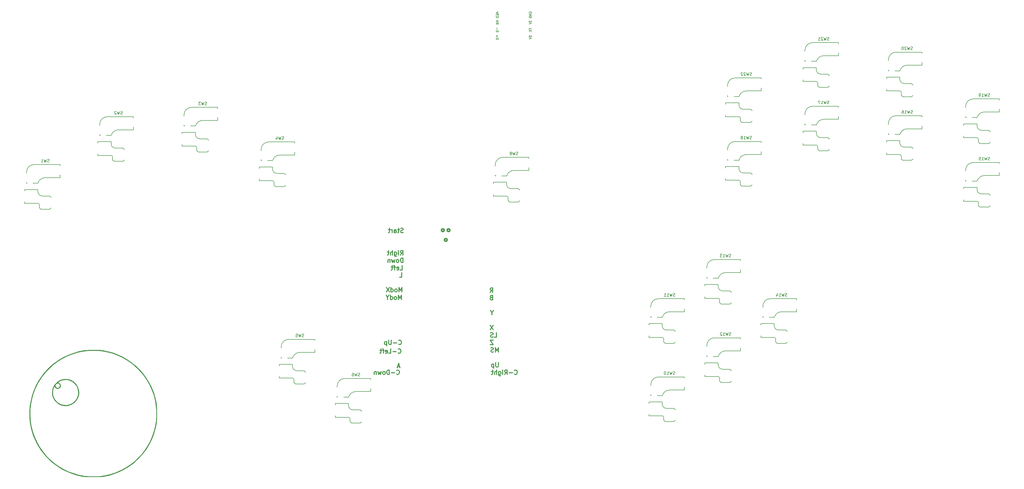
<source format=gbo>
G04 #@! TF.GenerationSoftware,KiCad,Pcbnew,(6.0.4)*
G04 #@! TF.CreationDate,2022-11-01T18:27:25-07:00*
G04 #@! TF.ProjectId,GCCMX,4743434d-582e-46b6-9963-61645f706362,rev?*
G04 #@! TF.SameCoordinates,Original*
G04 #@! TF.FileFunction,Legend,Bot*
G04 #@! TF.FilePolarity,Positive*
%FSLAX46Y46*%
G04 Gerber Fmt 4.6, Leading zero omitted, Abs format (unit mm)*
G04 Created by KiCad (PCBNEW (6.0.4)) date 2022-11-01 18:27:25*
%MOMM*%
%LPD*%
G01*
G04 APERTURE LIST*
G04 Aperture macros list*
%AMRoundRect*
0 Rectangle with rounded corners*
0 $1 Rounding radius*
0 $2 $3 $4 $5 $6 $7 $8 $9 X,Y pos of 4 corners*
0 Add a 4 corners polygon primitive as box body*
4,1,4,$2,$3,$4,$5,$6,$7,$8,$9,$2,$3,0*
0 Add four circle primitives for the rounded corners*
1,1,$1+$1,$2,$3*
1,1,$1+$1,$4,$5*
1,1,$1+$1,$6,$7*
1,1,$1+$1,$8,$9*
0 Add four rect primitives between the rounded corners*
20,1,$1+$1,$2,$3,$4,$5,0*
20,1,$1+$1,$4,$5,$6,$7,0*
20,1,$1+$1,$6,$7,$8,$9,0*
20,1,$1+$1,$8,$9,$2,$3,0*%
G04 Aperture macros list end*
%ADD10C,0.300000*%
%ADD11C,0.150000*%
%ADD12C,3.429000*%
%ADD13C,3.000000*%
%ADD14C,3.987800*%
%ADD15C,1.701800*%
%ADD16R,2.600000X2.600000*%
%ADD17R,2.550000X2.500000*%
%ADD18C,3.200000*%
%ADD19O,1.300000X2.000000*%
%ADD20O,1.200000X1.650000*%
%ADD21O,1.700000X1.700000*%
%ADD22R,1.700000X1.700000*%
%ADD23RoundRect,0.255906X-0.394094X-0.394094X0.394094X-0.394094X0.394094X0.394094X-0.394094X0.394094X0*%
G04 APERTURE END LIST*
D10*
X220520659Y-165137439D02*
X221020659Y-164423153D01*
X221377802Y-165137439D02*
X221377802Y-163637439D01*
X220806373Y-163637439D01*
X220663516Y-163708868D01*
X220592087Y-163780296D01*
X220520659Y-163923153D01*
X220520659Y-164137439D01*
X220592087Y-164280296D01*
X220663516Y-164351725D01*
X220806373Y-164423153D01*
X221377802Y-164423153D01*
X188770659Y-192934582D02*
X188842087Y-193006010D01*
X189056373Y-193077439D01*
X189199230Y-193077439D01*
X189413516Y-193006010D01*
X189556373Y-192863153D01*
X189627802Y-192720296D01*
X189699230Y-192434582D01*
X189699230Y-192220296D01*
X189627802Y-191934582D01*
X189556373Y-191791725D01*
X189413516Y-191648868D01*
X189199230Y-191577439D01*
X189056373Y-191577439D01*
X188842087Y-191648868D01*
X188770659Y-191720296D01*
X188127802Y-192506010D02*
X186984945Y-192506010D01*
X186270659Y-193077439D02*
X186270659Y-191577439D01*
X185913516Y-191577439D01*
X185699230Y-191648868D01*
X185556373Y-191791725D01*
X185484945Y-191934582D01*
X185413516Y-192220296D01*
X185413516Y-192434582D01*
X185484945Y-192720296D01*
X185556373Y-192863153D01*
X185699230Y-193006010D01*
X185913516Y-193077439D01*
X186270659Y-193077439D01*
X184556373Y-193077439D02*
X184699230Y-193006010D01*
X184770659Y-192934582D01*
X184842087Y-192791725D01*
X184842087Y-192363153D01*
X184770659Y-192220296D01*
X184699230Y-192148868D01*
X184556373Y-192077439D01*
X184342087Y-192077439D01*
X184199230Y-192148868D01*
X184127802Y-192220296D01*
X184056373Y-192363153D01*
X184056373Y-192791725D01*
X184127802Y-192934582D01*
X184199230Y-193006010D01*
X184342087Y-193077439D01*
X184556373Y-193077439D01*
X183556373Y-192077439D02*
X183270659Y-193077439D01*
X182984945Y-192363153D01*
X182699230Y-193077439D01*
X182413516Y-192077439D01*
X181842087Y-192077439D02*
X181842087Y-193077439D01*
X181842087Y-192220296D02*
X181770659Y-192148868D01*
X181627802Y-192077439D01*
X181413516Y-192077439D01*
X181270659Y-192148868D01*
X181199230Y-192291725D01*
X181199230Y-193077439D01*
X190571905Y-165004674D02*
X190571905Y-163504674D01*
X190071905Y-164576103D01*
X189571905Y-163504674D01*
X189571905Y-165004674D01*
X188643333Y-165004674D02*
X188786190Y-164933245D01*
X188857619Y-164861817D01*
X188929048Y-164718960D01*
X188929048Y-164290388D01*
X188857619Y-164147531D01*
X188786190Y-164076103D01*
X188643333Y-164004674D01*
X188429048Y-164004674D01*
X188286190Y-164076103D01*
X188214762Y-164147531D01*
X188143333Y-164290388D01*
X188143333Y-164718960D01*
X188214762Y-164861817D01*
X188286190Y-164933245D01*
X188429048Y-165004674D01*
X188643333Y-165004674D01*
X186857619Y-165004674D02*
X186857619Y-163504674D01*
X186857619Y-164933245D02*
X187000476Y-165004674D01*
X187286190Y-165004674D01*
X187429048Y-164933245D01*
X187500476Y-164861817D01*
X187571905Y-164718960D01*
X187571905Y-164290388D01*
X187500476Y-164147531D01*
X187429048Y-164076103D01*
X187286190Y-164004674D01*
X187000476Y-164004674D01*
X186857619Y-164076103D01*
X186286190Y-163504674D02*
X185286190Y-165004674D01*
X185286190Y-163504674D02*
X186286190Y-165004674D01*
X190969230Y-144746010D02*
X190754945Y-144817439D01*
X190397802Y-144817439D01*
X190254945Y-144746010D01*
X190183516Y-144674582D01*
X190112087Y-144531725D01*
X190112087Y-144388868D01*
X190183516Y-144246010D01*
X190254945Y-144174582D01*
X190397802Y-144103153D01*
X190683516Y-144031725D01*
X190826373Y-143960296D01*
X190897802Y-143888868D01*
X190969230Y-143746010D01*
X190969230Y-143603153D01*
X190897802Y-143460296D01*
X190826373Y-143388868D01*
X190683516Y-143317439D01*
X190326373Y-143317439D01*
X190112087Y-143388868D01*
X189683516Y-143817439D02*
X189112087Y-143817439D01*
X189469230Y-143317439D02*
X189469230Y-144603153D01*
X189397802Y-144746010D01*
X189254945Y-144817439D01*
X189112087Y-144817439D01*
X187969230Y-144817439D02*
X187969230Y-144031725D01*
X188040659Y-143888868D01*
X188183516Y-143817439D01*
X188469230Y-143817439D01*
X188612087Y-143888868D01*
X187969230Y-144746010D02*
X188112087Y-144817439D01*
X188469230Y-144817439D01*
X188612087Y-144746010D01*
X188683516Y-144603153D01*
X188683516Y-144460296D01*
X188612087Y-144317439D01*
X188469230Y-144246010D01*
X188112087Y-144246010D01*
X187969230Y-144174582D01*
X187254945Y-144817439D02*
X187254945Y-143817439D01*
X187254945Y-144103153D02*
X187183516Y-143960296D01*
X187112087Y-143888868D01*
X186969230Y-143817439D01*
X186826373Y-143817439D01*
X186540659Y-143817439D02*
X185969230Y-143817439D01*
X186326373Y-143317439D02*
X186326373Y-144603153D01*
X186254945Y-144746010D01*
X186112087Y-144817439D01*
X185969230Y-144817439D01*
X223282802Y-185457439D02*
X223282802Y-183957439D01*
X222782802Y-185028868D01*
X222282802Y-183957439D01*
X222282802Y-185457439D01*
X221639945Y-185386010D02*
X221425659Y-185457439D01*
X221068516Y-185457439D01*
X220925659Y-185386010D01*
X220854230Y-185314582D01*
X220782802Y-185171725D01*
X220782802Y-185028868D01*
X220854230Y-184886010D01*
X220925659Y-184814582D01*
X221068516Y-184743153D01*
X221354230Y-184671725D01*
X221497087Y-184600296D01*
X221568516Y-184528868D01*
X221639945Y-184386010D01*
X221639945Y-184243153D01*
X221568516Y-184100296D01*
X221497087Y-184028868D01*
X221354230Y-183957439D01*
X220997087Y-183957439D01*
X220782802Y-184028868D01*
X223282802Y-189037439D02*
X223282802Y-190251725D01*
X223211373Y-190394582D01*
X223139945Y-190466010D01*
X222997087Y-190537439D01*
X222711373Y-190537439D01*
X222568516Y-190466010D01*
X222497087Y-190394582D01*
X222425659Y-190251725D01*
X222425659Y-189037439D01*
X221711373Y-189537439D02*
X221711373Y-191037439D01*
X221711373Y-189608868D02*
X221568516Y-189537439D01*
X221282802Y-189537439D01*
X221139945Y-189608868D01*
X221068516Y-189680296D01*
X220997087Y-189823153D01*
X220997087Y-190251725D01*
X221068516Y-190394582D01*
X221139945Y-190466010D01*
X221282802Y-190537439D01*
X221568516Y-190537439D01*
X221711373Y-190466010D01*
X189453999Y-182767548D02*
X189525427Y-182838976D01*
X189739713Y-182910405D01*
X189882570Y-182910405D01*
X190096856Y-182838976D01*
X190239713Y-182696119D01*
X190311142Y-182553262D01*
X190382570Y-182267548D01*
X190382570Y-182053262D01*
X190311142Y-181767548D01*
X190239713Y-181624691D01*
X190096856Y-181481834D01*
X189882570Y-181410405D01*
X189739713Y-181410405D01*
X189525427Y-181481834D01*
X189453999Y-181553262D01*
X188811142Y-182338976D02*
X187668285Y-182338976D01*
X186953999Y-181410405D02*
X186953999Y-182624691D01*
X186882570Y-182767548D01*
X186811142Y-182838976D01*
X186668285Y-182910405D01*
X186382570Y-182910405D01*
X186239713Y-182838976D01*
X186168285Y-182767548D01*
X186096856Y-182624691D01*
X186096856Y-181410405D01*
X185382570Y-181910405D02*
X185382570Y-183410405D01*
X185382570Y-181981834D02*
X185239713Y-181910405D01*
X184953999Y-181910405D01*
X184811142Y-181981834D01*
X184739713Y-182053262D01*
X184668285Y-182196119D01*
X184668285Y-182624691D01*
X184739713Y-182767548D01*
X184811142Y-182838976D01*
X184953999Y-182910405D01*
X185239713Y-182910405D01*
X185382570Y-182838976D01*
X190040659Y-152437439D02*
X190540659Y-151723153D01*
X190897802Y-152437439D02*
X190897802Y-150937439D01*
X190326373Y-150937439D01*
X190183516Y-151008868D01*
X190112087Y-151080296D01*
X190040659Y-151223153D01*
X190040659Y-151437439D01*
X190112087Y-151580296D01*
X190183516Y-151651725D01*
X190326373Y-151723153D01*
X190897802Y-151723153D01*
X189397802Y-152437439D02*
X189397802Y-151437439D01*
X189397802Y-150937439D02*
X189469230Y-151008868D01*
X189397802Y-151080296D01*
X189326373Y-151008868D01*
X189397802Y-150937439D01*
X189397802Y-151080296D01*
X188040659Y-151437439D02*
X188040659Y-152651725D01*
X188112087Y-152794582D01*
X188183516Y-152866010D01*
X188326373Y-152937439D01*
X188540659Y-152937439D01*
X188683516Y-152866010D01*
X188040659Y-152366010D02*
X188183516Y-152437439D01*
X188469230Y-152437439D01*
X188612087Y-152366010D01*
X188683516Y-152294582D01*
X188754945Y-152151725D01*
X188754945Y-151723153D01*
X188683516Y-151580296D01*
X188612087Y-151508868D01*
X188469230Y-151437439D01*
X188183516Y-151437439D01*
X188040659Y-151508868D01*
X187326373Y-152437439D02*
X187326373Y-150937439D01*
X186683516Y-152437439D02*
X186683516Y-151651725D01*
X186754945Y-151508868D01*
X186897802Y-151437439D01*
X187112087Y-151437439D01*
X187254945Y-151508868D01*
X187326373Y-151580296D01*
X186183516Y-151437439D02*
X185612087Y-151437439D01*
X185969230Y-150937439D02*
X185969230Y-152223153D01*
X185897802Y-152366010D01*
X185754945Y-152437439D01*
X185612087Y-152437439D01*
X220877802Y-166891725D02*
X220663516Y-166963153D01*
X220592087Y-167034582D01*
X220520659Y-167177439D01*
X220520659Y-167391725D01*
X220592087Y-167534582D01*
X220663516Y-167606010D01*
X220806373Y-167677439D01*
X221377802Y-167677439D01*
X221377802Y-166177439D01*
X220877802Y-166177439D01*
X220734945Y-166248868D01*
X220663516Y-166320296D01*
X220592087Y-166463153D01*
X220592087Y-166606010D01*
X220663516Y-166748868D01*
X220734945Y-166820296D01*
X220877802Y-166891725D01*
X221377802Y-166891725D01*
X228775659Y-192934582D02*
X228847087Y-193006010D01*
X229061373Y-193077439D01*
X229204230Y-193077439D01*
X229418516Y-193006010D01*
X229561373Y-192863153D01*
X229632802Y-192720296D01*
X229704230Y-192434582D01*
X229704230Y-192220296D01*
X229632802Y-191934582D01*
X229561373Y-191791725D01*
X229418516Y-191648868D01*
X229204230Y-191577439D01*
X229061373Y-191577439D01*
X228847087Y-191648868D01*
X228775659Y-191720296D01*
X228132802Y-192506010D02*
X226989945Y-192506010D01*
X225418516Y-193077439D02*
X225918516Y-192363153D01*
X226275659Y-193077439D02*
X226275659Y-191577439D01*
X225704230Y-191577439D01*
X225561373Y-191648868D01*
X225489945Y-191720296D01*
X225418516Y-191863153D01*
X225418516Y-192077439D01*
X225489945Y-192220296D01*
X225561373Y-192291725D01*
X225704230Y-192363153D01*
X226275659Y-192363153D01*
X224775659Y-193077439D02*
X224775659Y-192077439D01*
X224775659Y-191577439D02*
X224847087Y-191648868D01*
X224775659Y-191720296D01*
X224704230Y-191648868D01*
X224775659Y-191577439D01*
X224775659Y-191720296D01*
X223418516Y-192077439D02*
X223418516Y-193291725D01*
X223489945Y-193434582D01*
X223561373Y-193506010D01*
X223704230Y-193577439D01*
X223918516Y-193577439D01*
X224061373Y-193506010D01*
X223418516Y-193006010D02*
X223561373Y-193077439D01*
X223847087Y-193077439D01*
X223989945Y-193006010D01*
X224061373Y-192934582D01*
X224132802Y-192791725D01*
X224132802Y-192363153D01*
X224061373Y-192220296D01*
X223989945Y-192148868D01*
X223847087Y-192077439D01*
X223561373Y-192077439D01*
X223418516Y-192148868D01*
X222704230Y-193077439D02*
X222704230Y-191577439D01*
X222061373Y-193077439D02*
X222061373Y-192291725D01*
X222132802Y-192148868D01*
X222275659Y-192077439D01*
X222489945Y-192077439D01*
X222632802Y-192148868D01*
X222704230Y-192220296D01*
X221561373Y-192077439D02*
X220989945Y-192077439D01*
X221347087Y-191577439D02*
X221347087Y-192863153D01*
X221275659Y-193006010D01*
X221132802Y-193077439D01*
X220989945Y-193077439D01*
X221092087Y-172043153D02*
X221092087Y-172757439D01*
X221592087Y-171257439D02*
X221092087Y-172043153D01*
X220592087Y-171257439D01*
X189280157Y-185722863D02*
X189351585Y-185794291D01*
X189565871Y-185865720D01*
X189708728Y-185865720D01*
X189923014Y-185794291D01*
X190065871Y-185651434D01*
X190137300Y-185508577D01*
X190208728Y-185222863D01*
X190208728Y-185008577D01*
X190137300Y-184722863D01*
X190065871Y-184580006D01*
X189923014Y-184437149D01*
X189708728Y-184365720D01*
X189565871Y-184365720D01*
X189351585Y-184437149D01*
X189280157Y-184508577D01*
X188637300Y-185294291D02*
X187494443Y-185294291D01*
X186065871Y-185865720D02*
X186780157Y-185865720D01*
X186780157Y-184365720D01*
X184994443Y-185794291D02*
X185137300Y-185865720D01*
X185423014Y-185865720D01*
X185565871Y-185794291D01*
X185637300Y-185651434D01*
X185637300Y-185080006D01*
X185565871Y-184937149D01*
X185423014Y-184865720D01*
X185137300Y-184865720D01*
X184994443Y-184937149D01*
X184923014Y-185080006D01*
X184923014Y-185222863D01*
X185637300Y-185365720D01*
X184494443Y-184865720D02*
X183923014Y-184865720D01*
X184280157Y-185865720D02*
X184280157Y-184580006D01*
X184208728Y-184437149D01*
X184065871Y-184365720D01*
X183923014Y-184365720D01*
X183637300Y-184865720D02*
X183065871Y-184865720D01*
X183423014Y-184365720D02*
X183423014Y-185651434D01*
X183351585Y-185794291D01*
X183208728Y-185865720D01*
X183065871Y-185865720D01*
X189774123Y-190391648D02*
X189059838Y-190391648D01*
X189916980Y-190820219D02*
X189416980Y-189320219D01*
X188916980Y-190820219D01*
X221520659Y-176337439D02*
X220520659Y-177837439D01*
X220520659Y-176337439D02*
X221520659Y-177837439D01*
X190398063Y-167612305D02*
X190398063Y-166112305D01*
X189898063Y-167183734D01*
X189398063Y-166112305D01*
X189398063Y-167612305D01*
X188469491Y-167612305D02*
X188612348Y-167540876D01*
X188683777Y-167469448D01*
X188755206Y-167326591D01*
X188755206Y-166898019D01*
X188683777Y-166755162D01*
X188612348Y-166683734D01*
X188469491Y-166612305D01*
X188255206Y-166612305D01*
X188112348Y-166683734D01*
X188040920Y-166755162D01*
X187969491Y-166898019D01*
X187969491Y-167326591D01*
X188040920Y-167469448D01*
X188112348Y-167540876D01*
X188255206Y-167612305D01*
X188469491Y-167612305D01*
X186683777Y-167612305D02*
X186683777Y-166112305D01*
X186683777Y-167540876D02*
X186826634Y-167612305D01*
X187112348Y-167612305D01*
X187255206Y-167540876D01*
X187326634Y-167469448D01*
X187398063Y-167326591D01*
X187398063Y-166898019D01*
X187326634Y-166755162D01*
X187255206Y-166683734D01*
X187112348Y-166612305D01*
X186826634Y-166612305D01*
X186683777Y-166683734D01*
X185683777Y-166898019D02*
X185683777Y-167612305D01*
X186183777Y-166112305D02*
X185683777Y-166898019D01*
X185183777Y-166112305D01*
X221520659Y-181417439D02*
X220520659Y-181417439D01*
X221520659Y-182917439D01*
X220520659Y-182917439D01*
X189925148Y-157517439D02*
X190639434Y-157517439D01*
X190639434Y-156017439D01*
X188853719Y-157446010D02*
X188996577Y-157517439D01*
X189282291Y-157517439D01*
X189425148Y-157446010D01*
X189496577Y-157303153D01*
X189496577Y-156731725D01*
X189425148Y-156588868D01*
X189282291Y-156517439D01*
X188996577Y-156517439D01*
X188853719Y-156588868D01*
X188782291Y-156731725D01*
X188782291Y-156874582D01*
X189496577Y-157017439D01*
X188353719Y-156517439D02*
X187782291Y-156517439D01*
X188139434Y-157517439D02*
X188139434Y-156231725D01*
X188068005Y-156088868D01*
X187925148Y-156017439D01*
X187782291Y-156017439D01*
X187496577Y-156517439D02*
X186925148Y-156517439D01*
X187282291Y-156017439D02*
X187282291Y-157303153D01*
X187210862Y-157446010D01*
X187068005Y-157517439D01*
X186925148Y-157517439D01*
X190897802Y-154977439D02*
X190897802Y-153477439D01*
X190540659Y-153477439D01*
X190326373Y-153548868D01*
X190183516Y-153691725D01*
X190112087Y-153834582D01*
X190040659Y-154120296D01*
X190040659Y-154334582D01*
X190112087Y-154620296D01*
X190183516Y-154763153D01*
X190326373Y-154906010D01*
X190540659Y-154977439D01*
X190897802Y-154977439D01*
X189183516Y-154977439D02*
X189326373Y-154906010D01*
X189397802Y-154834582D01*
X189469230Y-154691725D01*
X189469230Y-154263153D01*
X189397802Y-154120296D01*
X189326373Y-154048868D01*
X189183516Y-153977439D01*
X188969230Y-153977439D01*
X188826373Y-154048868D01*
X188754945Y-154120296D01*
X188683516Y-154263153D01*
X188683516Y-154691725D01*
X188754945Y-154834582D01*
X188826373Y-154906010D01*
X188969230Y-154977439D01*
X189183516Y-154977439D01*
X188183516Y-153977439D02*
X187897802Y-154977439D01*
X187612087Y-154263153D01*
X187326373Y-154977439D01*
X187040659Y-153977439D01*
X186469230Y-153977439D02*
X186469230Y-154977439D01*
X186469230Y-154120296D02*
X186397802Y-154048868D01*
X186254945Y-153977439D01*
X186040659Y-153977439D01*
X185897802Y-154048868D01*
X185826373Y-154191725D01*
X185826373Y-154977439D01*
X189770622Y-159989859D02*
X190484908Y-159989859D01*
X190484908Y-158489859D01*
X221933516Y-180377439D02*
X222647802Y-180377439D01*
X222647802Y-178877439D01*
X221504945Y-180306010D02*
X221290659Y-180377439D01*
X220933516Y-180377439D01*
X220790659Y-180306010D01*
X220719230Y-180234582D01*
X220647802Y-180091725D01*
X220647802Y-179948868D01*
X220719230Y-179806010D01*
X220790659Y-179734582D01*
X220933516Y-179663153D01*
X221219230Y-179591725D01*
X221362087Y-179520296D01*
X221433516Y-179448868D01*
X221504945Y-179306010D01*
X221504945Y-179163153D01*
X221433516Y-179020296D01*
X221362087Y-178948868D01*
X221219230Y-178877439D01*
X220862087Y-178877439D01*
X220647802Y-178948868D01*
D11*
X233788000Y-70144344D02*
X233749904Y-70068153D01*
X233749904Y-69953868D01*
X233788000Y-69839582D01*
X233864190Y-69763391D01*
X233940380Y-69725296D01*
X234092761Y-69687201D01*
X234207047Y-69687201D01*
X234359428Y-69725296D01*
X234435619Y-69763391D01*
X234511809Y-69839582D01*
X234549904Y-69953868D01*
X234549904Y-70030058D01*
X234511809Y-70144344D01*
X234473714Y-70182439D01*
X234207047Y-70182439D01*
X234207047Y-70030058D01*
X234549904Y-70525296D02*
X233749904Y-70525296D01*
X234549904Y-70982439D01*
X233749904Y-70982439D01*
X234549904Y-71363391D02*
X233749904Y-71363391D01*
X233749904Y-71553868D01*
X233788000Y-71668153D01*
X233864190Y-71744344D01*
X233940380Y-71782439D01*
X234092761Y-71820534D01*
X234207047Y-71820534D01*
X234359428Y-71782439D01*
X234435619Y-71744344D01*
X234511809Y-71668153D01*
X234549904Y-71553868D01*
X234549904Y-71363391D01*
X222523095Y-71687201D02*
X223323095Y-71687201D01*
X223323095Y-71496725D01*
X223285000Y-71382439D01*
X223208809Y-71306248D01*
X223132619Y-71268153D01*
X222980238Y-71230058D01*
X222865952Y-71230058D01*
X222713571Y-71268153D01*
X222637380Y-71306248D01*
X222561190Y-71382439D01*
X222523095Y-71496725D01*
X222523095Y-71687201D01*
X223323095Y-70963391D02*
X223323095Y-70468153D01*
X223018333Y-70734820D01*
X223018333Y-70620534D01*
X222980238Y-70544344D01*
X222942142Y-70506248D01*
X222865952Y-70468153D01*
X222675476Y-70468153D01*
X222599285Y-70506248D01*
X222561190Y-70544344D01*
X222523095Y-70620534D01*
X222523095Y-70849106D01*
X222561190Y-70925296D01*
X222599285Y-70963391D01*
X223323095Y-70239582D02*
X222523095Y-69972915D01*
X223323095Y-69706248D01*
X233749904Y-75224344D02*
X233749904Y-75681487D01*
X234549904Y-75452915D02*
X233749904Y-75452915D01*
X233749904Y-75871963D02*
X234549904Y-76405296D01*
X233749904Y-76405296D02*
X234549904Y-75871963D01*
X222523095Y-79078629D02*
X223323095Y-79078629D01*
X223323095Y-78888153D01*
X223285000Y-78773868D01*
X223208809Y-78697677D01*
X223132619Y-78659582D01*
X222980238Y-78621487D01*
X222865952Y-78621487D01*
X222713571Y-78659582D01*
X222637380Y-78697677D01*
X222561190Y-78773868D01*
X222523095Y-78888153D01*
X222523095Y-79078629D01*
X222827857Y-78278629D02*
X222827857Y-77669106D01*
X222523095Y-77973868D02*
X223132619Y-77973868D01*
X233749904Y-72684344D02*
X233749904Y-73179582D01*
X234054666Y-72912915D01*
X234054666Y-73027201D01*
X234092761Y-73103391D01*
X234130857Y-73141487D01*
X234207047Y-73179582D01*
X234397523Y-73179582D01*
X234473714Y-73141487D01*
X234511809Y-73103391D01*
X234549904Y-73027201D01*
X234549904Y-72798629D01*
X234511809Y-72722439D01*
X234473714Y-72684344D01*
X233749904Y-73408153D02*
X234549904Y-73674820D01*
X233749904Y-73941487D01*
X222523095Y-76538629D02*
X223323095Y-76538629D01*
X223323095Y-76348153D01*
X223285000Y-76233868D01*
X223208809Y-76157677D01*
X223132619Y-76119582D01*
X222980238Y-76081487D01*
X222865952Y-76081487D01*
X222713571Y-76119582D01*
X222637380Y-76157677D01*
X222561190Y-76233868D01*
X222523095Y-76348153D01*
X222523095Y-76538629D01*
X222827857Y-75738629D02*
X222827857Y-75129106D01*
X222523095Y-73427201D02*
X222904047Y-73693868D01*
X222523095Y-73884344D02*
X223323095Y-73884344D01*
X223323095Y-73579582D01*
X223285000Y-73503391D01*
X223246904Y-73465296D01*
X223170714Y-73427201D01*
X223056428Y-73427201D01*
X222980238Y-73465296D01*
X222942142Y-73503391D01*
X222904047Y-73579582D01*
X222904047Y-73884344D01*
X223323095Y-73160534D02*
X222523095Y-72627201D01*
X223323095Y-72627201D02*
X222523095Y-73160534D01*
X233749904Y-78221487D02*
X233749904Y-77840534D01*
X234130857Y-77802439D01*
X234092761Y-77840534D01*
X234054666Y-77916725D01*
X234054666Y-78107201D01*
X234092761Y-78183391D01*
X234130857Y-78221487D01*
X234207047Y-78259582D01*
X234397523Y-78259582D01*
X234473714Y-78221487D01*
X234511809Y-78183391D01*
X234549904Y-78107201D01*
X234549904Y-77916725D01*
X234511809Y-77840534D01*
X234473714Y-77802439D01*
X233749904Y-78488153D02*
X234549904Y-78754820D01*
X233749904Y-79021487D01*
X95628278Y-104543629D02*
X95485421Y-104591248D01*
X95247325Y-104591248D01*
X95152087Y-104543629D01*
X95104468Y-104496010D01*
X95056849Y-104400772D01*
X95056849Y-104305534D01*
X95104468Y-104210296D01*
X95152087Y-104162677D01*
X95247325Y-104115058D01*
X95437802Y-104067439D01*
X95533040Y-104019820D01*
X95580659Y-103972201D01*
X95628278Y-103876963D01*
X95628278Y-103781725D01*
X95580659Y-103686487D01*
X95533040Y-103638868D01*
X95437802Y-103591248D01*
X95199706Y-103591248D01*
X95056849Y-103638868D01*
X94723516Y-103591248D02*
X94485421Y-104591248D01*
X94294945Y-103876963D01*
X94104468Y-104591248D01*
X93866373Y-103591248D01*
X93533040Y-103686487D02*
X93485421Y-103638868D01*
X93390183Y-103591248D01*
X93152087Y-103591248D01*
X93056849Y-103638868D01*
X93009230Y-103686487D01*
X92961611Y-103781725D01*
X92961611Y-103876963D01*
X93009230Y-104019820D01*
X93580659Y-104591248D01*
X92961611Y-104591248D01*
X95628278Y-104543629D02*
X95485421Y-104591248D01*
X95247325Y-104591248D01*
X95152087Y-104543629D01*
X95104468Y-104496010D01*
X95056849Y-104400772D01*
X95056849Y-104305534D01*
X95104468Y-104210296D01*
X95152087Y-104162677D01*
X95247325Y-104115058D01*
X95437802Y-104067439D01*
X95533040Y-104019820D01*
X95580659Y-103972201D01*
X95628278Y-103876963D01*
X95628278Y-103781725D01*
X95580659Y-103686487D01*
X95533040Y-103638868D01*
X95437802Y-103591248D01*
X95199706Y-103591248D01*
X95056849Y-103638868D01*
X94723516Y-103591248D02*
X94485421Y-104591248D01*
X94294945Y-103876963D01*
X94104468Y-104591248D01*
X93866373Y-103591248D01*
X93533040Y-103686487D02*
X93485421Y-103638868D01*
X93390183Y-103591248D01*
X93152087Y-103591248D01*
X93056849Y-103638868D01*
X93009230Y-103686487D01*
X92961611Y-103781725D01*
X92961611Y-103876963D01*
X93009230Y-104019820D01*
X93580659Y-104591248D01*
X92961611Y-104591248D01*
X124251546Y-101347789D02*
X124108689Y-101395408D01*
X123870593Y-101395408D01*
X123775355Y-101347789D01*
X123727736Y-101300170D01*
X123680117Y-101204932D01*
X123680117Y-101109694D01*
X123727736Y-101014456D01*
X123775355Y-100966837D01*
X123870593Y-100919218D01*
X124061070Y-100871599D01*
X124156308Y-100823980D01*
X124203927Y-100776361D01*
X124251546Y-100681123D01*
X124251546Y-100585885D01*
X124203927Y-100490647D01*
X124156308Y-100443028D01*
X124061070Y-100395408D01*
X123822974Y-100395408D01*
X123680117Y-100443028D01*
X123346784Y-100395408D02*
X123108689Y-101395408D01*
X122918213Y-100681123D01*
X122727736Y-101395408D01*
X122489641Y-100395408D01*
X122203927Y-100395408D02*
X121584879Y-100395408D01*
X121918213Y-100776361D01*
X121775355Y-100776361D01*
X121680117Y-100823980D01*
X121632498Y-100871599D01*
X121584879Y-100966837D01*
X121584879Y-101204932D01*
X121632498Y-101300170D01*
X121680117Y-101347789D01*
X121775355Y-101395408D01*
X122061070Y-101395408D01*
X122156308Y-101347789D01*
X122203927Y-101300170D01*
X150433333Y-113117261D02*
X150290476Y-113164880D01*
X150052380Y-113164880D01*
X149957142Y-113117261D01*
X149909523Y-113069642D01*
X149861904Y-112974404D01*
X149861904Y-112879166D01*
X149909523Y-112783928D01*
X149957142Y-112736309D01*
X150052380Y-112688690D01*
X150242857Y-112641071D01*
X150338095Y-112593452D01*
X150385714Y-112545833D01*
X150433333Y-112450595D01*
X150433333Y-112355357D01*
X150385714Y-112260119D01*
X150338095Y-112212500D01*
X150242857Y-112164880D01*
X150004761Y-112164880D01*
X149861904Y-112212500D01*
X149528571Y-112164880D02*
X149290476Y-113164880D01*
X149100000Y-112450595D01*
X148909523Y-113164880D01*
X148671428Y-112164880D01*
X147861904Y-112498214D02*
X147861904Y-113164880D01*
X148100000Y-112117261D02*
X148338095Y-112831547D01*
X147719047Y-112831547D01*
X309297776Y-91324815D02*
X309154919Y-91372434D01*
X308916824Y-91372434D01*
X308821586Y-91324815D01*
X308773967Y-91277196D01*
X308726348Y-91181958D01*
X308726348Y-91086720D01*
X308773967Y-90991482D01*
X308821586Y-90943863D01*
X308916824Y-90896244D01*
X309107300Y-90848625D01*
X309202538Y-90801006D01*
X309250157Y-90753387D01*
X309297776Y-90658149D01*
X309297776Y-90562911D01*
X309250157Y-90467673D01*
X309202538Y-90420054D01*
X309107300Y-90372434D01*
X308869205Y-90372434D01*
X308726348Y-90420054D01*
X308393014Y-90372434D02*
X308154919Y-91372434D01*
X307964443Y-90658149D01*
X307773967Y-91372434D01*
X307535872Y-90372434D01*
X307202538Y-90467673D02*
X307154919Y-90420054D01*
X307059681Y-90372434D01*
X306821586Y-90372434D01*
X306726348Y-90420054D01*
X306678729Y-90467673D01*
X306631110Y-90562911D01*
X306631110Y-90658149D01*
X306678729Y-90801006D01*
X307250157Y-91372434D01*
X306631110Y-91372434D01*
X306250157Y-90467673D02*
X306202538Y-90420054D01*
X306107300Y-90372434D01*
X305869205Y-90372434D01*
X305773967Y-90420054D01*
X305726348Y-90467673D01*
X305678729Y-90562911D01*
X305678729Y-90658149D01*
X305726348Y-90801006D01*
X306297776Y-91372434D01*
X305678729Y-91372434D01*
X335577975Y-79337356D02*
X335435118Y-79384975D01*
X335197023Y-79384975D01*
X335101785Y-79337356D01*
X335054166Y-79289737D01*
X335006547Y-79194499D01*
X335006547Y-79099261D01*
X335054166Y-79004023D01*
X335101785Y-78956404D01*
X335197023Y-78908785D01*
X335387499Y-78861166D01*
X335482737Y-78813547D01*
X335530356Y-78765928D01*
X335577975Y-78670690D01*
X335577975Y-78575452D01*
X335530356Y-78480214D01*
X335482737Y-78432595D01*
X335387499Y-78384975D01*
X335149404Y-78384975D01*
X335006547Y-78432595D01*
X334673213Y-78384975D02*
X334435118Y-79384975D01*
X334244642Y-78670690D01*
X334054166Y-79384975D01*
X333816071Y-78384975D01*
X333482737Y-78480214D02*
X333435118Y-78432595D01*
X333339880Y-78384975D01*
X333101785Y-78384975D01*
X333006547Y-78432595D01*
X332958928Y-78480214D01*
X332911309Y-78575452D01*
X332911309Y-78670690D01*
X332958928Y-78813547D01*
X333530356Y-79384975D01*
X332911309Y-79384975D01*
X331958928Y-79384975D02*
X332530356Y-79384975D01*
X332244642Y-79384975D02*
X332244642Y-78384975D01*
X332339880Y-78527833D01*
X332435118Y-78623071D01*
X332530356Y-78670690D01*
X309297776Y-112964815D02*
X309154919Y-113012434D01*
X308916824Y-113012434D01*
X308821586Y-112964815D01*
X308773967Y-112917196D01*
X308726348Y-112821958D01*
X308726348Y-112726720D01*
X308773967Y-112631482D01*
X308821586Y-112583863D01*
X308916824Y-112536244D01*
X309107300Y-112488625D01*
X309202538Y-112441006D01*
X309250157Y-112393387D01*
X309297776Y-112298149D01*
X309297776Y-112202911D01*
X309250157Y-112107673D01*
X309202538Y-112060054D01*
X309107300Y-112012434D01*
X308869205Y-112012434D01*
X308726348Y-112060054D01*
X308393014Y-112012434D02*
X308154919Y-113012434D01*
X307964443Y-112298149D01*
X307773967Y-113012434D01*
X307535872Y-112012434D01*
X306631110Y-113012434D02*
X307202538Y-113012434D01*
X306916824Y-113012434D02*
X306916824Y-112012434D01*
X307012062Y-112155292D01*
X307107300Y-112250530D01*
X307202538Y-112298149D01*
X306059681Y-112441006D02*
X306154919Y-112393387D01*
X306202538Y-112345768D01*
X306250157Y-112250530D01*
X306250157Y-112202911D01*
X306202538Y-112107673D01*
X306154919Y-112060054D01*
X306059681Y-112012434D01*
X305869205Y-112012434D01*
X305773967Y-112060054D01*
X305726348Y-112107673D01*
X305678729Y-112202911D01*
X305678729Y-112250530D01*
X305726348Y-112345768D01*
X305773967Y-112393387D01*
X305869205Y-112441006D01*
X306059681Y-112441006D01*
X306154919Y-112488625D01*
X306202538Y-112536244D01*
X306250157Y-112631482D01*
X306250157Y-112821958D01*
X306202538Y-112917196D01*
X306154919Y-112964815D01*
X306059681Y-113012434D01*
X305869205Y-113012434D01*
X305773967Y-112964815D01*
X305726348Y-112917196D01*
X305678729Y-112821958D01*
X305678729Y-112631482D01*
X305726348Y-112536244D01*
X305773967Y-112488625D01*
X305869205Y-112441006D01*
X229933333Y-118356011D02*
X229790476Y-118403630D01*
X229552380Y-118403630D01*
X229457142Y-118356011D01*
X229409523Y-118308392D01*
X229361904Y-118213154D01*
X229361904Y-118117916D01*
X229409523Y-118022678D01*
X229457142Y-117975059D01*
X229552380Y-117927440D01*
X229742857Y-117879821D01*
X229838095Y-117832202D01*
X229885714Y-117784583D01*
X229933333Y-117689345D01*
X229933333Y-117594107D01*
X229885714Y-117498869D01*
X229838095Y-117451250D01*
X229742857Y-117403630D01*
X229504761Y-117403630D01*
X229361904Y-117451250D01*
X229028571Y-117403630D02*
X228790476Y-118403630D01*
X228600000Y-117689345D01*
X228409523Y-118403630D01*
X228171428Y-117403630D01*
X227647619Y-117832202D02*
X227742857Y-117784583D01*
X227790476Y-117736964D01*
X227838095Y-117641726D01*
X227838095Y-117594107D01*
X227790476Y-117498869D01*
X227742857Y-117451250D01*
X227647619Y-117403630D01*
X227457142Y-117403630D01*
X227361904Y-117451250D01*
X227314285Y-117498869D01*
X227266666Y-117594107D01*
X227266666Y-117641726D01*
X227314285Y-117736964D01*
X227361904Y-117784583D01*
X227457142Y-117832202D01*
X227647619Y-117832202D01*
X227742857Y-117879821D01*
X227790476Y-117927440D01*
X227838095Y-118022678D01*
X227838095Y-118213154D01*
X227790476Y-118308392D01*
X227742857Y-118356011D01*
X227647619Y-118403630D01*
X227457142Y-118403630D01*
X227361904Y-118356011D01*
X227314285Y-118308392D01*
X227266666Y-118213154D01*
X227266666Y-118022678D01*
X227314285Y-117927440D01*
X227361904Y-117879821D01*
X227457142Y-117832202D01*
X176252936Y-193592024D02*
X176110079Y-193639643D01*
X175871983Y-193639643D01*
X175776745Y-193592024D01*
X175729126Y-193544405D01*
X175681507Y-193449167D01*
X175681507Y-193353929D01*
X175729126Y-193258691D01*
X175776745Y-193211072D01*
X175871983Y-193163453D01*
X176062460Y-193115834D01*
X176157698Y-193068215D01*
X176205317Y-193020596D01*
X176252936Y-192925358D01*
X176252936Y-192830120D01*
X176205317Y-192734882D01*
X176157698Y-192687263D01*
X176062460Y-192639643D01*
X175824364Y-192639643D01*
X175681507Y-192687263D01*
X175348174Y-192639643D02*
X175110079Y-193639643D01*
X174919603Y-192925358D01*
X174729126Y-193639643D01*
X174491031Y-192639643D01*
X173681507Y-192639643D02*
X173871983Y-192639643D01*
X173967222Y-192687263D01*
X174014841Y-192734882D01*
X174110079Y-192877739D01*
X174157698Y-193068215D01*
X174157698Y-193449167D01*
X174110079Y-193544405D01*
X174062460Y-193592024D01*
X173967222Y-193639643D01*
X173776745Y-193639643D01*
X173681507Y-193592024D01*
X173633888Y-193544405D01*
X173586269Y-193449167D01*
X173586269Y-193211072D01*
X173633888Y-193115834D01*
X173681507Y-193068215D01*
X173776745Y-193020596D01*
X173967222Y-193020596D01*
X174062460Y-193068215D01*
X174110079Y-193115834D01*
X174157698Y-193211072D01*
X157227936Y-180271024D02*
X157085079Y-180318643D01*
X156846983Y-180318643D01*
X156751745Y-180271024D01*
X156704126Y-180223405D01*
X156656507Y-180128167D01*
X156656507Y-180032929D01*
X156704126Y-179937691D01*
X156751745Y-179890072D01*
X156846983Y-179842453D01*
X157037460Y-179794834D01*
X157132698Y-179747215D01*
X157180317Y-179699596D01*
X157227936Y-179604358D01*
X157227936Y-179509120D01*
X157180317Y-179413882D01*
X157132698Y-179366263D01*
X157037460Y-179318643D01*
X156799364Y-179318643D01*
X156656507Y-179366263D01*
X156323174Y-179318643D02*
X156085079Y-180318643D01*
X155894603Y-179604358D01*
X155704126Y-180318643D01*
X155466031Y-179318643D01*
X154608888Y-179318643D02*
X155085079Y-179318643D01*
X155132698Y-179794834D01*
X155085079Y-179747215D01*
X154989841Y-179699596D01*
X154751745Y-179699596D01*
X154656507Y-179747215D01*
X154608888Y-179794834D01*
X154561269Y-179890072D01*
X154561269Y-180128167D01*
X154608888Y-180223405D01*
X154656507Y-180271024D01*
X154751745Y-180318643D01*
X154989841Y-180318643D01*
X155085079Y-180271024D01*
X155132698Y-180223405D01*
X363926692Y-82564749D02*
X363783835Y-82612368D01*
X363545740Y-82612368D01*
X363450502Y-82564749D01*
X363402883Y-82517130D01*
X363355264Y-82421892D01*
X363355264Y-82326654D01*
X363402883Y-82231416D01*
X363450502Y-82183797D01*
X363545740Y-82136178D01*
X363736216Y-82088559D01*
X363831454Y-82040940D01*
X363879073Y-81993321D01*
X363926692Y-81898083D01*
X363926692Y-81802845D01*
X363879073Y-81707607D01*
X363831454Y-81659988D01*
X363736216Y-81612368D01*
X363498121Y-81612368D01*
X363355264Y-81659988D01*
X363021930Y-81612368D02*
X362783835Y-82612368D01*
X362593359Y-81898083D01*
X362402883Y-82612368D01*
X362164788Y-81612368D01*
X361831454Y-81707607D02*
X361783835Y-81659988D01*
X361688597Y-81612368D01*
X361450502Y-81612368D01*
X361355264Y-81659988D01*
X361307645Y-81707607D01*
X361260026Y-81802845D01*
X361260026Y-81898083D01*
X361307645Y-82040940D01*
X361879073Y-82612368D01*
X361260026Y-82612368D01*
X360640978Y-81612368D02*
X360545740Y-81612368D01*
X360450502Y-81659988D01*
X360402883Y-81707607D01*
X360355264Y-81802845D01*
X360307645Y-81993321D01*
X360307645Y-82231416D01*
X360355264Y-82421892D01*
X360402883Y-82517130D01*
X360450502Y-82564749D01*
X360545740Y-82612368D01*
X360640978Y-82612368D01*
X360736216Y-82564749D01*
X360783835Y-82517130D01*
X360831454Y-82421892D01*
X360879073Y-82231416D01*
X360879073Y-81993321D01*
X360831454Y-81802845D01*
X360783835Y-81707607D01*
X360736216Y-81659988D01*
X360640978Y-81612368D01*
X390150806Y-98471185D02*
X390007949Y-98518804D01*
X389769854Y-98518804D01*
X389674616Y-98471185D01*
X389626997Y-98423566D01*
X389579378Y-98328328D01*
X389579378Y-98233090D01*
X389626997Y-98137852D01*
X389674616Y-98090233D01*
X389769854Y-98042614D01*
X389960330Y-97994995D01*
X390055568Y-97947376D01*
X390103187Y-97899757D01*
X390150806Y-97804519D01*
X390150806Y-97709281D01*
X390103187Y-97614043D01*
X390055568Y-97566424D01*
X389960330Y-97518804D01*
X389722235Y-97518804D01*
X389579378Y-97566424D01*
X389246044Y-97518804D02*
X389007949Y-98518804D01*
X388817473Y-97804519D01*
X388626997Y-98518804D01*
X388388902Y-97518804D01*
X387484140Y-98518804D02*
X388055568Y-98518804D01*
X387769854Y-98518804D02*
X387769854Y-97518804D01*
X387865092Y-97661662D01*
X387960330Y-97756900D01*
X388055568Y-97804519D01*
X387007949Y-98518804D02*
X386817473Y-98518804D01*
X386722235Y-98471185D01*
X386674616Y-98423566D01*
X386579378Y-98280709D01*
X386531759Y-98090233D01*
X386531759Y-97709281D01*
X386579378Y-97614043D01*
X386626997Y-97566424D01*
X386722235Y-97518804D01*
X386912711Y-97518804D01*
X387007949Y-97566424D01*
X387055568Y-97614043D01*
X387103187Y-97709281D01*
X387103187Y-97947376D01*
X387055568Y-98042614D01*
X387007949Y-98090233D01*
X386912711Y-98137852D01*
X386722235Y-98137852D01*
X386626997Y-98090233D01*
X386579378Y-98042614D01*
X386531759Y-97947376D01*
X283236976Y-193084339D02*
X283094119Y-193131958D01*
X282856024Y-193131958D01*
X282760786Y-193084339D01*
X282713167Y-193036720D01*
X282665548Y-192941482D01*
X282665548Y-192846244D01*
X282713167Y-192751006D01*
X282760786Y-192703387D01*
X282856024Y-192655768D01*
X283046500Y-192608149D01*
X283141738Y-192560530D01*
X283189357Y-192512911D01*
X283236976Y-192417673D01*
X283236976Y-192322435D01*
X283189357Y-192227197D01*
X283141738Y-192179578D01*
X283046500Y-192131958D01*
X282808405Y-192131958D01*
X282665548Y-192179578D01*
X282332214Y-192131958D02*
X282094119Y-193131958D01*
X281903643Y-192417673D01*
X281713167Y-193131958D01*
X281475072Y-192131958D01*
X280570310Y-193131958D02*
X281141738Y-193131958D01*
X280856024Y-193131958D02*
X280856024Y-192131958D01*
X280951262Y-192274816D01*
X281046500Y-192370054D01*
X281141738Y-192417673D01*
X279951262Y-192131958D02*
X279856024Y-192131958D01*
X279760786Y-192179578D01*
X279713167Y-192227197D01*
X279665548Y-192322435D01*
X279617929Y-192512911D01*
X279617929Y-192751006D01*
X279665548Y-192941482D01*
X279713167Y-193036720D01*
X279760786Y-193084339D01*
X279856024Y-193131958D01*
X279951262Y-193131958D01*
X280046500Y-193084339D01*
X280094119Y-193036720D01*
X280141738Y-192941482D01*
X280189357Y-192751006D01*
X280189357Y-192512911D01*
X280141738Y-192322435D01*
X280094119Y-192227197D01*
X280046500Y-192179578D01*
X279951262Y-192131958D01*
X302261976Y-179763339D02*
X302119119Y-179810958D01*
X301881024Y-179810958D01*
X301785786Y-179763339D01*
X301738167Y-179715720D01*
X301690548Y-179620482D01*
X301690548Y-179525244D01*
X301738167Y-179430006D01*
X301785786Y-179382387D01*
X301881024Y-179334768D01*
X302071500Y-179287149D01*
X302166738Y-179239530D01*
X302214357Y-179191911D01*
X302261976Y-179096673D01*
X302261976Y-179001435D01*
X302214357Y-178906197D01*
X302166738Y-178858578D01*
X302071500Y-178810958D01*
X301833405Y-178810958D01*
X301690548Y-178858578D01*
X301357214Y-178810958D02*
X301119119Y-179810958D01*
X300928643Y-179096673D01*
X300738167Y-179810958D01*
X300500072Y-178810958D01*
X299595310Y-179810958D02*
X300166738Y-179810958D01*
X299881024Y-179810958D02*
X299881024Y-178810958D01*
X299976262Y-178953816D01*
X300071500Y-179049054D01*
X300166738Y-179096673D01*
X299214357Y-178906197D02*
X299166738Y-178858578D01*
X299071500Y-178810958D01*
X298833405Y-178810958D01*
X298738167Y-178858578D01*
X298690548Y-178906197D01*
X298642929Y-179001435D01*
X298642929Y-179096673D01*
X298690548Y-179239530D01*
X299261976Y-179810958D01*
X298642929Y-179810958D01*
X321286976Y-166442339D02*
X321144119Y-166489958D01*
X320906024Y-166489958D01*
X320810786Y-166442339D01*
X320763167Y-166394720D01*
X320715548Y-166299482D01*
X320715548Y-166204244D01*
X320763167Y-166109006D01*
X320810786Y-166061387D01*
X320906024Y-166013768D01*
X321096500Y-165966149D01*
X321191738Y-165918530D01*
X321239357Y-165870911D01*
X321286976Y-165775673D01*
X321286976Y-165680435D01*
X321239357Y-165585197D01*
X321191738Y-165537578D01*
X321096500Y-165489958D01*
X320858405Y-165489958D01*
X320715548Y-165537578D01*
X320382214Y-165489958D02*
X320144119Y-166489958D01*
X319953643Y-165775673D01*
X319763167Y-166489958D01*
X319525072Y-165489958D01*
X318620310Y-166489958D02*
X319191738Y-166489958D01*
X318906024Y-166489958D02*
X318906024Y-165489958D01*
X319001262Y-165632816D01*
X319096500Y-165728054D01*
X319191738Y-165775673D01*
X317763167Y-165823292D02*
X317763167Y-166489958D01*
X318001262Y-165442339D02*
X318239357Y-166156625D01*
X317620310Y-166156625D01*
X283236976Y-166442339D02*
X283094119Y-166489958D01*
X282856024Y-166489958D01*
X282760786Y-166442339D01*
X282713167Y-166394720D01*
X282665548Y-166299482D01*
X282665548Y-166204244D01*
X282713167Y-166109006D01*
X282760786Y-166061387D01*
X282856024Y-166013768D01*
X283046500Y-165966149D01*
X283141738Y-165918530D01*
X283189357Y-165870911D01*
X283236976Y-165775673D01*
X283236976Y-165680435D01*
X283189357Y-165585197D01*
X283141738Y-165537578D01*
X283046500Y-165489958D01*
X282808405Y-165489958D01*
X282665548Y-165537578D01*
X282332214Y-165489958D02*
X282094119Y-166489958D01*
X281903643Y-165775673D01*
X281713167Y-166489958D01*
X281475072Y-165489958D01*
X280570310Y-166489958D02*
X281141738Y-166489958D01*
X280856024Y-166489958D02*
X280856024Y-165489958D01*
X280951262Y-165632816D01*
X281046500Y-165728054D01*
X281141738Y-165775673D01*
X279617929Y-166489958D02*
X280189357Y-166489958D01*
X279903643Y-166489958D02*
X279903643Y-165489958D01*
X279998881Y-165632816D01*
X280094119Y-165728054D01*
X280189357Y-165775673D01*
X302261976Y-153121339D02*
X302119119Y-153168958D01*
X301881024Y-153168958D01*
X301785786Y-153121339D01*
X301738167Y-153073720D01*
X301690548Y-152978482D01*
X301690548Y-152883244D01*
X301738167Y-152788006D01*
X301785786Y-152740387D01*
X301881024Y-152692768D01*
X302071500Y-152645149D01*
X302166738Y-152597530D01*
X302214357Y-152549911D01*
X302261976Y-152454673D01*
X302261976Y-152359435D01*
X302214357Y-152264197D01*
X302166738Y-152216578D01*
X302071500Y-152168958D01*
X301833405Y-152168958D01*
X301690548Y-152216578D01*
X301357214Y-152168958D02*
X301119119Y-153168958D01*
X300928643Y-152454673D01*
X300738167Y-153168958D01*
X300500072Y-152168958D01*
X299595310Y-153168958D02*
X300166738Y-153168958D01*
X299881024Y-153168958D02*
X299881024Y-152168958D01*
X299976262Y-152311816D01*
X300071500Y-152407054D01*
X300166738Y-152454673D01*
X299261976Y-152168958D02*
X298642929Y-152168958D01*
X298976262Y-152549911D01*
X298833405Y-152549911D01*
X298738167Y-152597530D01*
X298690548Y-152645149D01*
X298642929Y-152740387D01*
X298642929Y-152978482D01*
X298690548Y-153073720D01*
X298738167Y-153121339D01*
X298833405Y-153168958D01*
X299119119Y-153168958D01*
X299214357Y-153121339D01*
X299261976Y-153073720D01*
X390150806Y-120111185D02*
X390007949Y-120158804D01*
X389769854Y-120158804D01*
X389674616Y-120111185D01*
X389626997Y-120063566D01*
X389579378Y-119968328D01*
X389579378Y-119873090D01*
X389626997Y-119777852D01*
X389674616Y-119730233D01*
X389769854Y-119682614D01*
X389960330Y-119634995D01*
X390055568Y-119587376D01*
X390103187Y-119539757D01*
X390150806Y-119444519D01*
X390150806Y-119349281D01*
X390103187Y-119254043D01*
X390055568Y-119206424D01*
X389960330Y-119158804D01*
X389722235Y-119158804D01*
X389579378Y-119206424D01*
X389246044Y-119158804D02*
X389007949Y-120158804D01*
X388817473Y-119444519D01*
X388626997Y-120158804D01*
X388388902Y-119158804D01*
X387484140Y-120158804D02*
X388055568Y-120158804D01*
X387769854Y-120158804D02*
X387769854Y-119158804D01*
X387865092Y-119301662D01*
X387960330Y-119396900D01*
X388055568Y-119444519D01*
X386579378Y-119158804D02*
X387055568Y-119158804D01*
X387103187Y-119634995D01*
X387055568Y-119587376D01*
X386960330Y-119539757D01*
X386722235Y-119539757D01*
X386626997Y-119587376D01*
X386579378Y-119634995D01*
X386531759Y-119730233D01*
X386531759Y-119968328D01*
X386579378Y-120063566D01*
X386626997Y-120111185D01*
X386722235Y-120158804D01*
X386960330Y-120158804D01*
X387055568Y-120111185D01*
X387103187Y-120063566D01*
X363926692Y-104204749D02*
X363783835Y-104252368D01*
X363545740Y-104252368D01*
X363450502Y-104204749D01*
X363402883Y-104157130D01*
X363355264Y-104061892D01*
X363355264Y-103966654D01*
X363402883Y-103871416D01*
X363450502Y-103823797D01*
X363545740Y-103776178D01*
X363736216Y-103728559D01*
X363831454Y-103680940D01*
X363879073Y-103633321D01*
X363926692Y-103538083D01*
X363926692Y-103442845D01*
X363879073Y-103347607D01*
X363831454Y-103299988D01*
X363736216Y-103252368D01*
X363498121Y-103252368D01*
X363355264Y-103299988D01*
X363021930Y-103252368D02*
X362783835Y-104252368D01*
X362593359Y-103538083D01*
X362402883Y-104252368D01*
X362164788Y-103252368D01*
X361260026Y-104252368D02*
X361831454Y-104252368D01*
X361545740Y-104252368D02*
X361545740Y-103252368D01*
X361640978Y-103395226D01*
X361736216Y-103490464D01*
X361831454Y-103538083D01*
X360402883Y-103252368D02*
X360593359Y-103252368D01*
X360688597Y-103299988D01*
X360736216Y-103347607D01*
X360831454Y-103490464D01*
X360879073Y-103680940D01*
X360879073Y-104061892D01*
X360831454Y-104157130D01*
X360783835Y-104204749D01*
X360688597Y-104252368D01*
X360498121Y-104252368D01*
X360402883Y-104204749D01*
X360355264Y-104157130D01*
X360307645Y-104061892D01*
X360307645Y-103823797D01*
X360355264Y-103728559D01*
X360402883Y-103680940D01*
X360498121Y-103633321D01*
X360688597Y-103633321D01*
X360783835Y-103680940D01*
X360831454Y-103728559D01*
X360879073Y-103823797D01*
X335577975Y-100977356D02*
X335435118Y-101024975D01*
X335197023Y-101024975D01*
X335101785Y-100977356D01*
X335054166Y-100929737D01*
X335006547Y-100834499D01*
X335006547Y-100739261D01*
X335054166Y-100644023D01*
X335101785Y-100596404D01*
X335197023Y-100548785D01*
X335387499Y-100501166D01*
X335482737Y-100453547D01*
X335530356Y-100405928D01*
X335577975Y-100310690D01*
X335577975Y-100215452D01*
X335530356Y-100120214D01*
X335482737Y-100072595D01*
X335387499Y-100024975D01*
X335149404Y-100024975D01*
X335006547Y-100072595D01*
X334673213Y-100024975D02*
X334435118Y-101024975D01*
X334244642Y-100310690D01*
X334054166Y-101024975D01*
X333816071Y-100024975D01*
X332911309Y-101024975D02*
X333482737Y-101024975D01*
X333197023Y-101024975D02*
X333197023Y-100024975D01*
X333292261Y-100167833D01*
X333387499Y-100263071D01*
X333482737Y-100310690D01*
X332577975Y-100024975D02*
X331911309Y-100024975D01*
X332339880Y-101024975D01*
X70761814Y-120818112D02*
X70618957Y-120865731D01*
X70380861Y-120865731D01*
X70285623Y-120818112D01*
X70238004Y-120770493D01*
X70190385Y-120675255D01*
X70190385Y-120580017D01*
X70238004Y-120484779D01*
X70285623Y-120437160D01*
X70380861Y-120389541D01*
X70571338Y-120341922D01*
X70666576Y-120294303D01*
X70714195Y-120246684D01*
X70761814Y-120151446D01*
X70761814Y-120056208D01*
X70714195Y-119960970D01*
X70666576Y-119913351D01*
X70571338Y-119865731D01*
X70333242Y-119865731D01*
X70190385Y-119913351D01*
X69857052Y-119865731D02*
X69618957Y-120865731D01*
X69428481Y-120151446D01*
X69238004Y-120865731D01*
X68999909Y-119865731D01*
X68095147Y-120865731D02*
X68666576Y-120865731D01*
X68380861Y-120865731D02*
X68380861Y-119865731D01*
X68476100Y-120008589D01*
X68571338Y-120103827D01*
X68666576Y-120151446D01*
X92294945Y-119088868D02*
X92294945Y-120088868D01*
X90484945Y-105403868D02*
X99374945Y-105403868D01*
X87294945Y-117988868D02*
X87294945Y-118588868D01*
X99374945Y-105403868D02*
X99374945Y-105784868D01*
X91794945Y-114588868D02*
X91794945Y-113888868D01*
X96294945Y-120088868D02*
X95794945Y-120588868D01*
X88325945Y-111753868D02*
X87944945Y-111753868D01*
X87294945Y-113888868D02*
X87294945Y-114388868D01*
X95794945Y-116088868D02*
X93294945Y-116088868D01*
X87944945Y-107943868D02*
X87944945Y-108324868D01*
X99374945Y-109848868D02*
X94294945Y-109848868D01*
X95794945Y-120588868D02*
X92794945Y-120588868D01*
X87294945Y-118588868D02*
X91794945Y-118588868D01*
X99374945Y-108832868D02*
X99374945Y-109848868D01*
X91794945Y-113888868D02*
X87294945Y-113888868D01*
X91830783Y-111753868D02*
X90103945Y-111753868D01*
X87944945Y-111372868D02*
X87944945Y-111753868D01*
X92794945Y-120588868D02*
X92294945Y-120088868D01*
X96294945Y-116588868D02*
X95794945Y-116088868D01*
X92294945Y-119088868D02*
G75*
G03*
X91794945Y-118588868I-500001J-1D01*
G01*
X91794945Y-114588868D02*
G75*
G03*
X93294945Y-116088868I1500001J1D01*
G01*
X90484945Y-105403868D02*
G75*
G03*
X87944945Y-107943868I1J-2540001D01*
G01*
X94294945Y-109848867D02*
G75*
G03*
X91830783Y-111772828I0J-2540000D01*
G01*
X127998213Y-102213028D02*
X127998213Y-102594028D01*
X124918213Y-116898028D02*
X124418213Y-117398028D01*
X120918213Y-115898028D02*
X120918213Y-116898028D01*
X116568213Y-104753028D02*
X116568213Y-105134028D01*
X121418213Y-117398028D02*
X120918213Y-116898028D01*
X120418213Y-111398028D02*
X120418213Y-110698028D01*
X120454051Y-108563028D02*
X118727213Y-108563028D01*
X127998213Y-105642028D02*
X127998213Y-106658028D01*
X124418213Y-112898028D02*
X121918213Y-112898028D01*
X127998213Y-106658028D02*
X122918213Y-106658028D01*
X124918213Y-113398028D02*
X124418213Y-112898028D01*
X115918213Y-114798028D02*
X115918213Y-115398028D01*
X115918213Y-110698028D02*
X115918213Y-111198028D01*
X124418213Y-117398028D02*
X121418213Y-117398028D01*
X116568213Y-108182028D02*
X116568213Y-108563028D01*
X120418213Y-110698028D02*
X115918213Y-110698028D01*
X116949213Y-108563028D02*
X116568213Y-108563028D01*
X115918213Y-115398028D02*
X120418213Y-115398028D01*
X119108213Y-102213028D02*
X127998213Y-102213028D01*
X120918213Y-115898028D02*
G75*
G03*
X120418213Y-115398028I-500001J-1D01*
G01*
X120418213Y-111398028D02*
G75*
G03*
X121918213Y-112898028I1500001J1D01*
G01*
X119108213Y-102213028D02*
G75*
G03*
X116568213Y-104753028I1J-2540001D01*
G01*
X122918213Y-106658027D02*
G75*
G03*
X120454051Y-108581988I0J-2540000D01*
G01*
X145290000Y-113982500D02*
X154180000Y-113982500D01*
X142100000Y-122467500D02*
X142100000Y-122967500D01*
X150600000Y-129167500D02*
X147600000Y-129167500D01*
X142750000Y-119951500D02*
X142750000Y-120332500D01*
X142100000Y-126567500D02*
X142100000Y-127167500D01*
X154180000Y-117411500D02*
X154180000Y-118427500D01*
X146635838Y-120332500D02*
X144909000Y-120332500D01*
X142750000Y-116522500D02*
X142750000Y-116903500D01*
X147100000Y-127667500D02*
X147100000Y-128667500D01*
X147600000Y-129167500D02*
X147100000Y-128667500D01*
X151100000Y-125167500D02*
X150600000Y-124667500D01*
X146600000Y-122467500D02*
X142100000Y-122467500D01*
X151100000Y-128667500D02*
X150600000Y-129167500D01*
X146600000Y-123167500D02*
X146600000Y-122467500D01*
X154180000Y-118427500D02*
X149100000Y-118427500D01*
X143131000Y-120332500D02*
X142750000Y-120332500D01*
X142100000Y-127167500D02*
X146600000Y-127167500D01*
X150600000Y-124667500D02*
X148100000Y-124667500D01*
X154180000Y-113982500D02*
X154180000Y-114363500D01*
X147100000Y-127667500D02*
G75*
G03*
X146600000Y-127167500I-500001J-1D01*
G01*
X145290000Y-113982500D02*
G75*
G03*
X142750000Y-116522500I1J-2540001D01*
G01*
X146600000Y-123167500D02*
G75*
G03*
X148100000Y-124667500I1500001J1D01*
G01*
X149100000Y-118427499D02*
G75*
G03*
X146635838Y-120351460I0J-2540000D01*
G01*
X312568253Y-96635054D02*
X307488253Y-96635054D01*
X305024091Y-98540054D02*
X303297253Y-98540054D01*
X300488253Y-104775054D02*
X300488253Y-105375054D01*
X300488253Y-100675054D02*
X300488253Y-101175054D01*
X305488253Y-105875054D02*
X305488253Y-106875054D01*
X300488253Y-105375054D02*
X304988253Y-105375054D01*
X309488253Y-106875054D02*
X308988253Y-107375054D01*
X304988253Y-100675054D02*
X300488253Y-100675054D01*
X308988253Y-102875054D02*
X306488253Y-102875054D01*
X301138253Y-98159054D02*
X301138253Y-98540054D01*
X301138253Y-94730054D02*
X301138253Y-95111054D01*
X308988253Y-107375054D02*
X305988253Y-107375054D01*
X304988253Y-101375054D02*
X304988253Y-100675054D01*
X312568253Y-92190054D02*
X312568253Y-92571054D01*
X301519253Y-98540054D02*
X301138253Y-98540054D01*
X305988253Y-107375054D02*
X305488253Y-106875054D01*
X303678253Y-92190054D02*
X312568253Y-92190054D01*
X312568253Y-95619054D02*
X312568253Y-96635054D01*
X309488253Y-103375054D02*
X308988253Y-102875054D01*
X303678253Y-92190054D02*
G75*
G03*
X301138253Y-94730054I1J-2540001D01*
G01*
X307488253Y-96635053D02*
G75*
G03*
X305024091Y-98559014I0J-2540000D01*
G01*
X305488253Y-105875054D02*
G75*
G03*
X304988253Y-105375054I-500001J-1D01*
G01*
X304988253Y-101375054D02*
G75*
G03*
X306488253Y-102875054I1500001J1D01*
G01*
X326768452Y-93387595D02*
X331268452Y-93387595D01*
X332268452Y-95387595D02*
X331768452Y-94887595D01*
X327799452Y-86552595D02*
X327418452Y-86552595D01*
X326768452Y-92787595D02*
X326768452Y-93387595D01*
X327418452Y-82742595D02*
X327418452Y-83123595D01*
X335768452Y-94887595D02*
X335268452Y-95387595D01*
X335268452Y-95387595D02*
X332268452Y-95387595D01*
X331268452Y-89387595D02*
X331268452Y-88687595D01*
X327418452Y-86171595D02*
X327418452Y-86552595D01*
X326768452Y-88687595D02*
X326768452Y-89187595D01*
X331268452Y-88687595D02*
X326768452Y-88687595D01*
X331304290Y-86552595D02*
X329577452Y-86552595D01*
X331768452Y-93887595D02*
X331768452Y-94887595D01*
X329958452Y-80202595D02*
X338848452Y-80202595D01*
X335268452Y-90887595D02*
X332768452Y-90887595D01*
X338848452Y-80202595D02*
X338848452Y-80583595D01*
X338848452Y-83631595D02*
X338848452Y-84647595D01*
X335768452Y-91387595D02*
X335268452Y-90887595D01*
X338848452Y-84647595D02*
X333768452Y-84647595D01*
X333768452Y-84647594D02*
G75*
G03*
X331304290Y-86571555I0J-2540000D01*
G01*
X331768452Y-93887595D02*
G75*
G03*
X331268452Y-93387595I-500001J-1D01*
G01*
X329958452Y-80202595D02*
G75*
G03*
X327418452Y-82742595I1J-2540001D01*
G01*
X331268452Y-89387595D02*
G75*
G03*
X332768452Y-90887595I1500001J1D01*
G01*
X308988253Y-124515054D02*
X306488253Y-124515054D01*
X300488253Y-126415054D02*
X300488253Y-127015054D01*
X300488253Y-127015054D02*
X304988253Y-127015054D01*
X303678253Y-113830054D02*
X312568253Y-113830054D01*
X301138253Y-116370054D02*
X301138253Y-116751054D01*
X309488253Y-128515054D02*
X308988253Y-129015054D01*
X305488253Y-127515054D02*
X305488253Y-128515054D01*
X301519253Y-120180054D02*
X301138253Y-120180054D01*
X304988253Y-122315054D02*
X300488253Y-122315054D01*
X300488253Y-122315054D02*
X300488253Y-122815054D01*
X312568253Y-118275054D02*
X307488253Y-118275054D01*
X309488253Y-125015054D02*
X308988253Y-124515054D01*
X312568253Y-113830054D02*
X312568253Y-114211054D01*
X305988253Y-129015054D02*
X305488253Y-128515054D01*
X312568253Y-117259054D02*
X312568253Y-118275054D01*
X301138253Y-119799054D02*
X301138253Y-120180054D01*
X308988253Y-129015054D02*
X305988253Y-129015054D01*
X304988253Y-123015054D02*
X304988253Y-122315054D01*
X305024091Y-120180054D02*
X303297253Y-120180054D01*
X304988253Y-123015054D02*
G75*
G03*
X306488253Y-124515054I1500001J1D01*
G01*
X303678253Y-113830054D02*
G75*
G03*
X301138253Y-116370054I1J-2540001D01*
G01*
X307488253Y-118275053D02*
G75*
G03*
X305024091Y-120199014I0J-2540000D01*
G01*
X305488253Y-127515054D02*
G75*
G03*
X304988253Y-127015054I-500001J-1D01*
G01*
X233680000Y-122650250D02*
X233680000Y-123666250D01*
X222631000Y-125571250D02*
X222250000Y-125571250D01*
X230600000Y-133906250D02*
X230100000Y-134406250D01*
X226135838Y-125571250D02*
X224409000Y-125571250D01*
X230600000Y-130406250D02*
X230100000Y-129906250D01*
X226100000Y-128406250D02*
X226100000Y-127706250D01*
X230100000Y-134406250D02*
X227100000Y-134406250D01*
X233680000Y-119221250D02*
X233680000Y-119602250D01*
X230100000Y-129906250D02*
X227600000Y-129906250D01*
X233680000Y-123666250D02*
X228600000Y-123666250D01*
X222250000Y-125190250D02*
X222250000Y-125571250D01*
X221600000Y-131806250D02*
X221600000Y-132406250D01*
X226600000Y-132906250D02*
X226600000Y-133906250D01*
X227100000Y-134406250D02*
X226600000Y-133906250D01*
X222250000Y-121761250D02*
X222250000Y-122142250D01*
X221600000Y-132406250D02*
X226100000Y-132406250D01*
X226100000Y-127706250D02*
X221600000Y-127706250D01*
X224790000Y-119221250D02*
X233680000Y-119221250D01*
X221600000Y-127706250D02*
X221600000Y-128206250D01*
X226100000Y-128406250D02*
G75*
G03*
X227600000Y-129906250I1500001J1D01*
G01*
X224790000Y-119221250D02*
G75*
G03*
X222250000Y-121761250I1J-2540001D01*
G01*
X228600000Y-123666249D02*
G75*
G03*
X226135838Y-125590210I0J-2540000D01*
G01*
X226600000Y-132906250D02*
G75*
G03*
X226100000Y-132406250I-500001J-1D01*
G01*
X176419603Y-205142263D02*
X173919603Y-205142263D01*
X176919603Y-205642263D02*
X176419603Y-205142263D01*
X176419603Y-209642263D02*
X173419603Y-209642263D01*
X167919603Y-207642263D02*
X172419603Y-207642263D01*
X179999603Y-198902263D02*
X174919603Y-198902263D01*
X172419603Y-203642263D02*
X172419603Y-202942263D01*
X168569603Y-196997263D02*
X168569603Y-197378263D01*
X172455441Y-200807263D02*
X170728603Y-200807263D01*
X172419603Y-202942263D02*
X167919603Y-202942263D01*
X179999603Y-197886263D02*
X179999603Y-198902263D01*
X172919603Y-208142263D02*
X172919603Y-209142263D01*
X171109603Y-194457263D02*
X179999603Y-194457263D01*
X167919603Y-202942263D02*
X167919603Y-203442263D01*
X179999603Y-194457263D02*
X179999603Y-194838263D01*
X168569603Y-200426263D02*
X168569603Y-200807263D01*
X167919603Y-207042263D02*
X167919603Y-207642263D01*
X173419603Y-209642263D02*
X172919603Y-209142263D01*
X168950603Y-200807263D02*
X168569603Y-200807263D01*
X176919603Y-209142263D02*
X176419603Y-209642263D01*
X171109603Y-194457263D02*
G75*
G03*
X168569603Y-196997263I1J-2540001D01*
G01*
X172419603Y-203642263D02*
G75*
G03*
X173919603Y-205142263I1500001J1D01*
G01*
X172919603Y-208142263D02*
G75*
G03*
X172419603Y-207642263I-500001J-1D01*
G01*
X174919603Y-198902262D02*
G75*
G03*
X172455441Y-200826223I0J-2540000D01*
G01*
X160974603Y-184565263D02*
X160974603Y-185581263D01*
X153394603Y-189621263D02*
X148894603Y-189621263D01*
X149544603Y-187105263D02*
X149544603Y-187486263D01*
X148894603Y-194321263D02*
X153394603Y-194321263D01*
X148894603Y-189621263D02*
X148894603Y-190121263D01*
X160974603Y-181136263D02*
X160974603Y-181517263D01*
X148894603Y-193721263D02*
X148894603Y-194321263D01*
X153894603Y-194821263D02*
X153894603Y-195821263D01*
X152084603Y-181136263D02*
X160974603Y-181136263D01*
X154394603Y-196321263D02*
X153894603Y-195821263D01*
X153394603Y-190321263D02*
X153394603Y-189621263D01*
X160974603Y-185581263D02*
X155894603Y-185581263D01*
X157894603Y-195821263D02*
X157394603Y-196321263D01*
X149544603Y-183676263D02*
X149544603Y-184057263D01*
X149925603Y-187486263D02*
X149544603Y-187486263D01*
X157394603Y-191821263D02*
X154894603Y-191821263D01*
X157394603Y-196321263D02*
X154394603Y-196321263D01*
X157894603Y-192321263D02*
X157394603Y-191821263D01*
X153430441Y-187486263D02*
X151703603Y-187486263D01*
X155894603Y-185581262D02*
G75*
G03*
X153430441Y-187505223I0J-2540000D01*
G01*
X153394603Y-190321263D02*
G75*
G03*
X154894603Y-191821263I1500001J1D01*
G01*
X153894603Y-194821263D02*
G75*
G03*
X153394603Y-194321263I-500001J-1D01*
G01*
X152084603Y-181136263D02*
G75*
G03*
X149544603Y-183676263I1J-2540001D01*
G01*
X359617169Y-91914988D02*
X355117169Y-91914988D01*
X355117169Y-91914988D02*
X355117169Y-92414988D01*
X367197169Y-87874988D02*
X362117169Y-87874988D01*
X364117169Y-94614988D02*
X363617169Y-94114988D01*
X359653007Y-89779988D02*
X357926169Y-89779988D01*
X358307169Y-83429988D02*
X367197169Y-83429988D01*
X355767169Y-89398988D02*
X355767169Y-89779988D01*
X356148169Y-89779988D02*
X355767169Y-89779988D01*
X363617169Y-98614988D02*
X360617169Y-98614988D01*
X355117169Y-96014988D02*
X355117169Y-96614988D01*
X363617169Y-94114988D02*
X361117169Y-94114988D01*
X360117169Y-97114988D02*
X360117169Y-98114988D01*
X367197169Y-86858988D02*
X367197169Y-87874988D01*
X367197169Y-83429988D02*
X367197169Y-83810988D01*
X359617169Y-92614988D02*
X359617169Y-91914988D01*
X355767169Y-85969988D02*
X355767169Y-86350988D01*
X360617169Y-98614988D02*
X360117169Y-98114988D01*
X364117169Y-98114988D02*
X363617169Y-98614988D01*
X355117169Y-96614988D02*
X359617169Y-96614988D01*
X359617169Y-92614988D02*
G75*
G03*
X361117169Y-94114988I1500001J1D01*
G01*
X358307169Y-83429988D02*
G75*
G03*
X355767169Y-85969988I1J-2540001D01*
G01*
X360117169Y-97114988D02*
G75*
G03*
X359617169Y-96614988I-500001J-1D01*
G01*
X362117169Y-87874987D02*
G75*
G03*
X359653007Y-89798948I0J-2540000D01*
G01*
X385841283Y-107821424D02*
X381341283Y-107821424D01*
X386841283Y-114521424D02*
X386341283Y-114021424D01*
X385877121Y-105686424D02*
X384150283Y-105686424D01*
X389841283Y-110021424D02*
X387341283Y-110021424D01*
X381991283Y-105305424D02*
X381991283Y-105686424D01*
X389841283Y-114521424D02*
X386841283Y-114521424D01*
X381991283Y-101876424D02*
X381991283Y-102257424D01*
X390341283Y-114021424D02*
X389841283Y-114521424D01*
X385841283Y-108521424D02*
X385841283Y-107821424D01*
X381341283Y-107821424D02*
X381341283Y-108321424D01*
X393421283Y-103781424D02*
X388341283Y-103781424D01*
X393421283Y-102765424D02*
X393421283Y-103781424D01*
X384531283Y-99336424D02*
X393421283Y-99336424D01*
X390341283Y-110521424D02*
X389841283Y-110021424D01*
X381341283Y-111921424D02*
X381341283Y-112521424D01*
X382372283Y-105686424D02*
X381991283Y-105686424D01*
X393421283Y-99336424D02*
X393421283Y-99717424D01*
X381341283Y-112521424D02*
X385841283Y-112521424D01*
X386341283Y-113021424D02*
X386341283Y-114021424D01*
X385841283Y-108521424D02*
G75*
G03*
X387341283Y-110021424I1500001J1D01*
G01*
X388341283Y-103781423D02*
G75*
G03*
X385877121Y-105705384I0J-2540000D01*
G01*
X386341283Y-113021424D02*
G75*
G03*
X385841283Y-112521424I-500001J-1D01*
G01*
X384531283Y-99336424D02*
G75*
G03*
X381991283Y-101876424I1J-2540001D01*
G01*
X278963291Y-200299578D02*
X277236453Y-200299578D01*
X286507453Y-198394578D02*
X281427453Y-198394578D01*
X274427453Y-202434578D02*
X274427453Y-202934578D01*
X274427453Y-206534578D02*
X274427453Y-207134578D01*
X275458453Y-200299578D02*
X275077453Y-200299578D01*
X277617453Y-193949578D02*
X286507453Y-193949578D01*
X286507453Y-193949578D02*
X286507453Y-194330578D01*
X283427453Y-205134578D02*
X282927453Y-204634578D01*
X275077453Y-199918578D02*
X275077453Y-200299578D01*
X286507453Y-197378578D02*
X286507453Y-198394578D01*
X279927453Y-209134578D02*
X279427453Y-208634578D01*
X275077453Y-196489578D02*
X275077453Y-196870578D01*
X278927453Y-203134578D02*
X278927453Y-202434578D01*
X278927453Y-202434578D02*
X274427453Y-202434578D01*
X279427453Y-207634578D02*
X279427453Y-208634578D01*
X283427453Y-208634578D02*
X282927453Y-209134578D01*
X274427453Y-207134578D02*
X278927453Y-207134578D01*
X282927453Y-204634578D02*
X280427453Y-204634578D01*
X282927453Y-209134578D02*
X279927453Y-209134578D01*
X281427453Y-198394577D02*
G75*
G03*
X278963291Y-200318538I0J-2540000D01*
G01*
X277617453Y-193949578D02*
G75*
G03*
X275077453Y-196489578I1J-2540001D01*
G01*
X279427453Y-207634578D02*
G75*
G03*
X278927453Y-207134578I-500001J-1D01*
G01*
X278927453Y-203134578D02*
G75*
G03*
X280427453Y-204634578I1500001J1D01*
G01*
X297988291Y-186978578D02*
X296261453Y-186978578D01*
X302452453Y-195313578D02*
X301952453Y-195813578D01*
X301952453Y-195813578D02*
X298952453Y-195813578D01*
X297952453Y-189113578D02*
X293452453Y-189113578D01*
X301952453Y-191313578D02*
X299452453Y-191313578D01*
X305532453Y-180628578D02*
X305532453Y-181009578D01*
X293452453Y-189113578D02*
X293452453Y-189613578D01*
X293452453Y-193213578D02*
X293452453Y-193813578D01*
X294102453Y-183168578D02*
X294102453Y-183549578D01*
X305532453Y-185073578D02*
X300452453Y-185073578D01*
X297952453Y-189813578D02*
X297952453Y-189113578D01*
X305532453Y-184057578D02*
X305532453Y-185073578D01*
X298452453Y-194313578D02*
X298452453Y-195313578D01*
X298952453Y-195813578D02*
X298452453Y-195313578D01*
X302452453Y-191813578D02*
X301952453Y-191313578D01*
X293452453Y-193813578D02*
X297952453Y-193813578D01*
X294102453Y-186597578D02*
X294102453Y-186978578D01*
X294483453Y-186978578D02*
X294102453Y-186978578D01*
X296642453Y-180628578D02*
X305532453Y-180628578D01*
X298452453Y-194313578D02*
G75*
G03*
X297952453Y-193813578I-500001J-1D01*
G01*
X296642453Y-180628578D02*
G75*
G03*
X294102453Y-183168578I1J-2540001D01*
G01*
X297952453Y-189813578D02*
G75*
G03*
X299452453Y-191313578I1500001J1D01*
G01*
X300452453Y-185073577D02*
G75*
G03*
X297988291Y-186997538I0J-2540000D01*
G01*
X315667453Y-167307578D02*
X324557453Y-167307578D01*
X320977453Y-177992578D02*
X318477453Y-177992578D01*
X321477453Y-181992578D02*
X320977453Y-182492578D01*
X312477453Y-179892578D02*
X312477453Y-180492578D01*
X324557453Y-170736578D02*
X324557453Y-171752578D01*
X317977453Y-182492578D02*
X317477453Y-181992578D01*
X321477453Y-178492578D02*
X320977453Y-177992578D01*
X313508453Y-173657578D02*
X313127453Y-173657578D01*
X312477453Y-180492578D02*
X316977453Y-180492578D01*
X316977453Y-175792578D02*
X312477453Y-175792578D01*
X312477453Y-175792578D02*
X312477453Y-176292578D01*
X320977453Y-182492578D02*
X317977453Y-182492578D01*
X313127453Y-173276578D02*
X313127453Y-173657578D01*
X317477453Y-180992578D02*
X317477453Y-181992578D01*
X324557453Y-171752578D02*
X319477453Y-171752578D01*
X324557453Y-167307578D02*
X324557453Y-167688578D01*
X313127453Y-169847578D02*
X313127453Y-170228578D01*
X316977453Y-176492578D02*
X316977453Y-175792578D01*
X317013291Y-173657578D02*
X315286453Y-173657578D01*
X315667453Y-167307578D02*
G75*
G03*
X313127453Y-169847578I1J-2540001D01*
G01*
X319477453Y-171752577D02*
G75*
G03*
X317013291Y-173676538I0J-2540000D01*
G01*
X317477453Y-180992578D02*
G75*
G03*
X316977453Y-180492578I-500001J-1D01*
G01*
X316977453Y-176492578D02*
G75*
G03*
X318477453Y-177992578I1500001J1D01*
G01*
X278927453Y-175792578D02*
X274427453Y-175792578D01*
X279427453Y-180992578D02*
X279427453Y-181992578D01*
X274427453Y-175792578D02*
X274427453Y-176292578D01*
X286507453Y-170736578D02*
X286507453Y-171752578D01*
X277617453Y-167307578D02*
X286507453Y-167307578D01*
X275458453Y-173657578D02*
X275077453Y-173657578D01*
X286507453Y-167307578D02*
X286507453Y-167688578D01*
X274427453Y-179892578D02*
X274427453Y-180492578D01*
X279927453Y-182492578D02*
X279427453Y-181992578D01*
X283427453Y-181992578D02*
X282927453Y-182492578D01*
X275077453Y-169847578D02*
X275077453Y-170228578D01*
X282927453Y-182492578D02*
X279927453Y-182492578D01*
X274427453Y-180492578D02*
X278927453Y-180492578D01*
X278963291Y-173657578D02*
X277236453Y-173657578D01*
X275077453Y-173276578D02*
X275077453Y-173657578D01*
X278927453Y-176492578D02*
X278927453Y-175792578D01*
X286507453Y-171752578D02*
X281427453Y-171752578D01*
X283427453Y-178492578D02*
X282927453Y-177992578D01*
X282927453Y-177992578D02*
X280427453Y-177992578D01*
X279427453Y-180992578D02*
G75*
G03*
X278927453Y-180492578I-500001J-1D01*
G01*
X278927453Y-176492578D02*
G75*
G03*
X280427453Y-177992578I1500001J1D01*
G01*
X277617453Y-167307578D02*
G75*
G03*
X275077453Y-169847578I1J-2540001D01*
G01*
X281427453Y-171752577D02*
G75*
G03*
X278963291Y-173676538I0J-2540000D01*
G01*
X294102453Y-156526578D02*
X294102453Y-156907578D01*
X305532453Y-158431578D02*
X300452453Y-158431578D01*
X301952453Y-164671578D02*
X299452453Y-164671578D01*
X305532453Y-157415578D02*
X305532453Y-158431578D01*
X294483453Y-160336578D02*
X294102453Y-160336578D01*
X293452453Y-162471578D02*
X293452453Y-162971578D01*
X298952453Y-169171578D02*
X298452453Y-168671578D01*
X298452453Y-167671578D02*
X298452453Y-168671578D01*
X293452453Y-166571578D02*
X293452453Y-167171578D01*
X301952453Y-169171578D02*
X298952453Y-169171578D01*
X296642453Y-153986578D02*
X305532453Y-153986578D01*
X305532453Y-153986578D02*
X305532453Y-154367578D01*
X294102453Y-159955578D02*
X294102453Y-160336578D01*
X297988291Y-160336578D02*
X296261453Y-160336578D01*
X302452453Y-165171578D02*
X301952453Y-164671578D01*
X293452453Y-167171578D02*
X297952453Y-167171578D01*
X297952453Y-163171578D02*
X297952453Y-162471578D01*
X297952453Y-162471578D02*
X293452453Y-162471578D01*
X302452453Y-168671578D02*
X301952453Y-169171578D01*
X297952453Y-163171578D02*
G75*
G03*
X299452453Y-164671578I1500001J1D01*
G01*
X296642453Y-153986578D02*
G75*
G03*
X294102453Y-156526578I1J-2540001D01*
G01*
X300452453Y-158431577D02*
G75*
G03*
X297988291Y-160355538I0J-2540000D01*
G01*
X298452453Y-167671578D02*
G75*
G03*
X297952453Y-167171578I-500001J-1D01*
G01*
X390341283Y-135661424D02*
X389841283Y-136161424D01*
X386841283Y-136161424D02*
X386341283Y-135661424D01*
X385877121Y-127326424D02*
X384150283Y-127326424D01*
X381341283Y-129461424D02*
X381341283Y-129961424D01*
X386341283Y-134661424D02*
X386341283Y-135661424D01*
X381991283Y-126945424D02*
X381991283Y-127326424D01*
X385841283Y-129461424D02*
X381341283Y-129461424D01*
X393421283Y-120976424D02*
X393421283Y-121357424D01*
X393421283Y-124405424D02*
X393421283Y-125421424D01*
X381341283Y-134161424D02*
X385841283Y-134161424D01*
X393421283Y-125421424D02*
X388341283Y-125421424D01*
X389841283Y-136161424D02*
X386841283Y-136161424D01*
X381991283Y-123516424D02*
X381991283Y-123897424D01*
X390341283Y-132161424D02*
X389841283Y-131661424D01*
X381341283Y-133561424D02*
X381341283Y-134161424D01*
X382372283Y-127326424D02*
X381991283Y-127326424D01*
X385841283Y-130161424D02*
X385841283Y-129461424D01*
X389841283Y-131661424D02*
X387341283Y-131661424D01*
X384531283Y-120976424D02*
X393421283Y-120976424D01*
X385841283Y-130161424D02*
G75*
G03*
X387341283Y-131661424I1500001J1D01*
G01*
X386341283Y-134661424D02*
G75*
G03*
X385841283Y-134161424I-500001J-1D01*
G01*
X388341283Y-125421423D02*
G75*
G03*
X385877121Y-127345384I0J-2540000D01*
G01*
X384531283Y-120976424D02*
G75*
G03*
X381991283Y-123516424I1J-2540001D01*
G01*
X364117169Y-119754988D02*
X363617169Y-120254988D01*
X367197169Y-109514988D02*
X362117169Y-109514988D01*
X364117169Y-116254988D02*
X363617169Y-115754988D01*
X363617169Y-120254988D02*
X360617169Y-120254988D01*
X360117169Y-118754988D02*
X360117169Y-119754988D01*
X355767169Y-107609988D02*
X355767169Y-107990988D01*
X363617169Y-115754988D02*
X361117169Y-115754988D01*
X355117169Y-118254988D02*
X359617169Y-118254988D01*
X355117169Y-117654988D02*
X355117169Y-118254988D01*
X359653007Y-111419988D02*
X357926169Y-111419988D01*
X359617169Y-114254988D02*
X359617169Y-113554988D01*
X355117169Y-113554988D02*
X355117169Y-114054988D01*
X358307169Y-105069988D02*
X367197169Y-105069988D01*
X355767169Y-111038988D02*
X355767169Y-111419988D01*
X356148169Y-111419988D02*
X355767169Y-111419988D01*
X360617169Y-120254988D02*
X360117169Y-119754988D01*
X359617169Y-113554988D02*
X355117169Y-113554988D01*
X367197169Y-105069988D02*
X367197169Y-105450988D01*
X367197169Y-108498988D02*
X367197169Y-109514988D01*
X359617169Y-114254988D02*
G75*
G03*
X361117169Y-115754988I1500001J1D01*
G01*
X358307169Y-105069988D02*
G75*
G03*
X355767169Y-107609988I1J-2540001D01*
G01*
X362117169Y-109514987D02*
G75*
G03*
X359653007Y-111438948I0J-2540000D01*
G01*
X360117169Y-118754988D02*
G75*
G03*
X359617169Y-118254988I-500001J-1D01*
G01*
X329958452Y-101842595D02*
X338848452Y-101842595D01*
X335268452Y-112527595D02*
X332768452Y-112527595D01*
X332268452Y-117027595D02*
X331768452Y-116527595D01*
X335768452Y-113027595D02*
X335268452Y-112527595D01*
X331304290Y-108192595D02*
X329577452Y-108192595D01*
X331268452Y-110327595D02*
X326768452Y-110327595D01*
X331768452Y-115527595D02*
X331768452Y-116527595D01*
X338848452Y-106287595D02*
X333768452Y-106287595D01*
X331268452Y-111027595D02*
X331268452Y-110327595D01*
X327799452Y-108192595D02*
X327418452Y-108192595D01*
X338848452Y-101842595D02*
X338848452Y-102223595D01*
X326768452Y-114427595D02*
X326768452Y-115027595D01*
X338848452Y-105271595D02*
X338848452Y-106287595D01*
X335268452Y-117027595D02*
X332268452Y-117027595D01*
X327418452Y-104382595D02*
X327418452Y-104763595D01*
X326768452Y-115027595D02*
X331268452Y-115027595D01*
X335768452Y-116527595D02*
X335268452Y-117027595D01*
X327418452Y-107811595D02*
X327418452Y-108192595D01*
X326768452Y-110327595D02*
X326768452Y-110827595D01*
X333768452Y-106287594D02*
G75*
G03*
X331304290Y-108211555I0J-2540000D01*
G01*
X331768452Y-115527595D02*
G75*
G03*
X331268452Y-115027595I-500001J-1D01*
G01*
X331268452Y-111027595D02*
G75*
G03*
X332768452Y-112527595I1500001J1D01*
G01*
X329958452Y-101842595D02*
G75*
G03*
X327418452Y-104382595I1J-2540001D01*
G01*
X63078481Y-127652351D02*
X63078481Y-128033351D01*
X63078481Y-124223351D02*
X63078481Y-124604351D01*
X62428481Y-134868351D02*
X66928481Y-134868351D01*
X65618481Y-121683351D02*
X74508481Y-121683351D01*
X66928481Y-130168351D02*
X62428481Y-130168351D01*
X67928481Y-136868351D02*
X67428481Y-136368351D01*
X71428481Y-132868351D02*
X70928481Y-132368351D01*
X74508481Y-121683351D02*
X74508481Y-122064351D01*
X71428481Y-136368351D02*
X70928481Y-136868351D01*
X62428481Y-134268351D02*
X62428481Y-134868351D01*
X70928481Y-136868351D02*
X67928481Y-136868351D01*
X62428481Y-130168351D02*
X62428481Y-130668351D01*
X70928481Y-132368351D02*
X68428481Y-132368351D01*
X67428481Y-135368351D02*
X67428481Y-136368351D01*
X63459481Y-128033351D02*
X63078481Y-128033351D01*
X66964319Y-128033351D02*
X65237481Y-128033351D01*
X66928481Y-130868351D02*
X66928481Y-130168351D01*
X74508481Y-125112351D02*
X74508481Y-126128351D01*
X74508481Y-126128351D02*
X69428481Y-126128351D01*
X67428481Y-135368351D02*
G75*
G03*
X66928481Y-134868351I-500001J-1D01*
G01*
X66928481Y-130868351D02*
G75*
G03*
X68428481Y-132368351I1500001J1D01*
G01*
X69428481Y-126128350D02*
G75*
G03*
X66964319Y-128052311I0J-2540000D01*
G01*
X65618481Y-121683351D02*
G75*
G03*
X63078481Y-124223351I1J-2540001D01*
G01*
G36*
X80890943Y-200211333D02*
G01*
X80763216Y-200660494D01*
X80481103Y-201298458D01*
X80104047Y-201911502D01*
X79664352Y-202440903D01*
X79294261Y-202785146D01*
X78572847Y-203292929D01*
X77795907Y-203640877D01*
X76962921Y-203829258D01*
X76843520Y-203842694D01*
X75996485Y-203845963D01*
X75175256Y-203695569D01*
X74398606Y-203404476D01*
X73685306Y-202985646D01*
X73054127Y-202452045D01*
X72523843Y-201816634D01*
X72113225Y-201092377D01*
X71841045Y-200292238D01*
X71762585Y-199869162D01*
X71734501Y-199167531D01*
X72096801Y-199167531D01*
X72119036Y-199788267D01*
X72211364Y-200332476D01*
X72362156Y-200782752D01*
X72732250Y-201492010D01*
X73230479Y-202129873D01*
X73833197Y-202672694D01*
X74516761Y-203096831D01*
X75257524Y-203378636D01*
X75323849Y-203395317D01*
X75892654Y-203479821D01*
X76523659Y-203491073D01*
X77144214Y-203431343D01*
X77681666Y-203302900D01*
X78147568Y-203111568D01*
X78847913Y-202690527D01*
X79454698Y-202154495D01*
X79952862Y-201523968D01*
X80327341Y-200819444D01*
X80563075Y-200061418D01*
X80645000Y-199270389D01*
X80608921Y-198714941D01*
X80429342Y-197931284D01*
X80113696Y-197210424D01*
X79678280Y-196565665D01*
X79139393Y-196010312D01*
X78513333Y-195557671D01*
X77816399Y-195221047D01*
X77064888Y-195013746D01*
X76275101Y-194949072D01*
X75463334Y-195040330D01*
X75166720Y-195120933D01*
X74847957Y-195237419D01*
X74538492Y-195374361D01*
X74262941Y-195517771D01*
X74045919Y-195653660D01*
X73912039Y-195768043D01*
X73885918Y-195846929D01*
X73992170Y-195876334D01*
X74008354Y-195877076D01*
X74201241Y-195958866D01*
X74415413Y-196143272D01*
X74605706Y-196383740D01*
X74726953Y-196633717D01*
X74774843Y-196910018D01*
X74759971Y-197014950D01*
X74723980Y-197268890D01*
X74556972Y-197568983D01*
X74302639Y-197798311D01*
X73989802Y-197944894D01*
X73647279Y-197996747D01*
X73303890Y-197941889D01*
X72988455Y-197768337D01*
X72729793Y-197464107D01*
X72716406Y-197441713D01*
X72627147Y-197319149D01*
X72551677Y-197295694D01*
X72475457Y-197387424D01*
X72383950Y-197610417D01*
X72262616Y-197980752D01*
X72255946Y-198002368D01*
X72142993Y-198546741D01*
X72096801Y-199167531D01*
X71734501Y-199167531D01*
X71728545Y-199018736D01*
X71853109Y-198181019D01*
X72129899Y-197377699D01*
X72441984Y-196825927D01*
X72949166Y-196825927D01*
X72976606Y-197141007D01*
X73163545Y-197431121D01*
X73282893Y-197530846D01*
X73574971Y-197650627D01*
X73868090Y-197638224D01*
X74128686Y-197514340D01*
X74323200Y-197299681D01*
X74418067Y-197014950D01*
X74379728Y-196680853D01*
X74263287Y-196463080D01*
X74023540Y-196270250D01*
X73727935Y-196196114D01*
X73421173Y-196249449D01*
X73147957Y-196439030D01*
X73081749Y-196519226D01*
X72949166Y-196825927D01*
X72441984Y-196825927D01*
X72552540Y-196630463D01*
X73114652Y-195961000D01*
X73510293Y-195609606D01*
X74227511Y-195139082D01*
X74996533Y-194816107D01*
X75798018Y-194640642D01*
X76612624Y-194612646D01*
X77421012Y-194732079D01*
X78203840Y-194998900D01*
X78941767Y-195413069D01*
X79615453Y-195974547D01*
X79810814Y-196182177D01*
X80324393Y-196884500D01*
X80695841Y-197660653D01*
X80918512Y-198488559D01*
X80979821Y-199270389D01*
X80985762Y-199346144D01*
X80890943Y-200211333D01*
G37*
G36*
X107394243Y-207765751D02*
G01*
X107385218Y-208303813D01*
X107370373Y-208746080D01*
X107348507Y-209118229D01*
X107318417Y-209445939D01*
X107278903Y-209754888D01*
X107228761Y-210070753D01*
X106928548Y-211527299D01*
X106401314Y-213348907D01*
X105717904Y-215114278D01*
X104883113Y-216813876D01*
X103901739Y-218438167D01*
X102778577Y-219977615D01*
X101518425Y-221422684D01*
X100753040Y-222186006D01*
X99341024Y-223409497D01*
X97823146Y-224510465D01*
X96213368Y-225481585D01*
X94525654Y-226315530D01*
X92773966Y-227004973D01*
X90972266Y-227542587D01*
X89134518Y-227921046D01*
X88965503Y-227944704D01*
X88646710Y-227975322D01*
X88249514Y-227997937D01*
X87755745Y-228013036D01*
X87147237Y-228021106D01*
X86405822Y-228022634D01*
X85513333Y-228018108D01*
X84951893Y-228013655D01*
X84275494Y-228006932D01*
X83728338Y-227998431D01*
X83286816Y-227986625D01*
X82927321Y-227969989D01*
X82626246Y-227946998D01*
X82359984Y-227916125D01*
X82104927Y-227875847D01*
X81837468Y-227824637D01*
X81534000Y-227760970D01*
X80360401Y-227481951D01*
X78548518Y-226928315D01*
X76831622Y-226242482D01*
X75195389Y-225417710D01*
X73625498Y-224447257D01*
X72107623Y-223324382D01*
X71794917Y-223064851D01*
X71195527Y-222530876D01*
X70566631Y-221931734D01*
X69949780Y-221308703D01*
X69386523Y-220703060D01*
X68918410Y-220156082D01*
X68773967Y-219974710D01*
X67986773Y-218902553D01*
X67234504Y-217741561D01*
X66543663Y-216537410D01*
X65940751Y-215335775D01*
X65452272Y-214182333D01*
X65108194Y-213204231D01*
X64605795Y-211394020D01*
X64262389Y-209555353D01*
X64076924Y-207700222D01*
X64063469Y-206824658D01*
X64382295Y-206824658D01*
X64498495Y-208681391D01*
X64779571Y-210523667D01*
X64859668Y-210908332D01*
X65342375Y-212741951D01*
X65973401Y-214503316D01*
X66745815Y-216185789D01*
X67652689Y-217782731D01*
X68687093Y-219287506D01*
X69842100Y-220693475D01*
X71110779Y-221994001D01*
X72486202Y-223182445D01*
X73961439Y-224252171D01*
X75529562Y-225196540D01*
X77183643Y-226008915D01*
X78916750Y-226682658D01*
X80721957Y-227211131D01*
X82592333Y-227587696D01*
X82940690Y-227632697D01*
X83533579Y-227684043D01*
X84227189Y-227723278D01*
X84983049Y-227749833D01*
X85762690Y-227763143D01*
X86527642Y-227762640D01*
X87239435Y-227747757D01*
X87859600Y-227717926D01*
X88349666Y-227672580D01*
X89882096Y-227420170D01*
X91702104Y-226973693D01*
X93451648Y-226383078D01*
X95124700Y-225655553D01*
X96715232Y-224798347D01*
X98217213Y-223818689D01*
X99624616Y-222723807D01*
X100931413Y-221520929D01*
X102131575Y-220217284D01*
X103219073Y-218820100D01*
X104187878Y-217336605D01*
X105031963Y-215774029D01*
X105745298Y-214139599D01*
X106321856Y-212440544D01*
X106755607Y-210684092D01*
X107040523Y-208877472D01*
X107170576Y-207027912D01*
X107139736Y-205142641D01*
X107032267Y-203910230D01*
X106732718Y-202037067D01*
X106271855Y-200215272D01*
X105649624Y-198444704D01*
X104865971Y-196725218D01*
X103920845Y-195056671D01*
X102814191Y-193438919D01*
X102789510Y-193406060D01*
X102426923Y-192958355D01*
X101964560Y-192435732D01*
X101431748Y-191867481D01*
X100857814Y-191282896D01*
X100272086Y-190711268D01*
X99703890Y-190181889D01*
X99182554Y-189724050D01*
X98737404Y-189367043D01*
X97207546Y-188314116D01*
X95553080Y-187366982D01*
X93844112Y-186579515D01*
X92076912Y-185950200D01*
X90247747Y-185477528D01*
X88352884Y-185159985D01*
X88180782Y-185140658D01*
X87600242Y-185095429D01*
X86913032Y-185063901D01*
X86164992Y-185046415D01*
X85401962Y-185043314D01*
X84669783Y-185054937D01*
X84014293Y-185081626D01*
X83481333Y-185123723D01*
X82212450Y-185301264D01*
X80381017Y-185697555D01*
X78601911Y-186249237D01*
X76884187Y-186950459D01*
X75236896Y-187795371D01*
X73669092Y-188778123D01*
X72189828Y-189892864D01*
X70808158Y-191133745D01*
X69533134Y-192494915D01*
X68373810Y-193970524D01*
X67339240Y-195554722D01*
X67023168Y-196107665D01*
X66196732Y-197778516D01*
X65521852Y-199512802D01*
X65000749Y-201297542D01*
X64635642Y-203119752D01*
X64428750Y-204966451D01*
X64382295Y-206824658D01*
X64063469Y-206824658D01*
X64048347Y-205840621D01*
X64175605Y-203988543D01*
X64457647Y-202155980D01*
X64893420Y-200354925D01*
X65481872Y-198597371D01*
X66221950Y-196895312D01*
X67112602Y-195260739D01*
X67664676Y-194387727D01*
X68684254Y-192969095D01*
X69794657Y-191663018D01*
X71021400Y-190440545D01*
X72390000Y-189272724D01*
X72913913Y-188872522D01*
X74269195Y-187960883D01*
X75733688Y-187132710D01*
X77272482Y-186405156D01*
X78850667Y-185795375D01*
X80433333Y-185320520D01*
X80962083Y-185190133D01*
X81618367Y-185046230D01*
X82241345Y-184935702D01*
X82871504Y-184853518D01*
X83549333Y-184794643D01*
X84315320Y-184754045D01*
X85209953Y-184726689D01*
X85807252Y-184715490D01*
X86624177Y-184712509D01*
X87336365Y-184729527D01*
X87982729Y-184769229D01*
X88602181Y-184834298D01*
X89233634Y-184927417D01*
X89916000Y-185051272D01*
X90327938Y-185135475D01*
X92156881Y-185611622D01*
X93918917Y-186237342D01*
X95606845Y-187005276D01*
X97213465Y-187908069D01*
X98731575Y-188938362D01*
X100153976Y-190088800D01*
X101473467Y-191352024D01*
X102682846Y-192720679D01*
X103774914Y-194187407D01*
X104742469Y-195744851D01*
X105578312Y-197385654D01*
X106275241Y-199102459D01*
X106826056Y-200887909D01*
X107223556Y-202734648D01*
X107274319Y-203052712D01*
X107315021Y-203363303D01*
X107346056Y-203687410D01*
X107368665Y-204050999D01*
X107384090Y-204480039D01*
X107393571Y-205000496D01*
X107398349Y-205638338D01*
X107399666Y-206419531D01*
X107398768Y-207027912D01*
X107398652Y-207106214D01*
X107394243Y-207765751D01*
G37*
%LPC*%
D12*
X94294945Y-112388868D03*
D13*
X89294945Y-116138868D03*
X90484945Y-109848868D03*
D14*
X94294945Y-112388868D03*
D15*
X99374945Y-112388868D03*
X89214945Y-112388868D03*
X99794945Y-112388868D03*
X88794945Y-112388868D03*
D13*
X94294945Y-118338868D03*
X96834945Y-107308868D03*
D16*
X97569945Y-118338868D03*
D17*
X100584945Y-107308868D03*
X86734945Y-109848868D03*
D16*
X86019945Y-116138868D03*
D14*
X122918213Y-109198028D03*
D12*
X122918213Y-109198028D03*
D15*
X117838213Y-109198028D03*
X117418213Y-109198028D03*
X128418213Y-109198028D03*
D13*
X119108213Y-106658028D03*
D15*
X127998213Y-109198028D03*
D13*
X117918213Y-112948028D03*
X125458213Y-104118028D03*
X122918213Y-115148028D03*
D17*
X129208213Y-104118028D03*
D16*
X126193213Y-115148028D03*
X114643213Y-112948028D03*
D17*
X115358213Y-106658028D03*
D12*
X149100000Y-120967500D03*
D15*
X154600000Y-120967500D03*
D13*
X149100000Y-126917500D03*
D15*
X154180000Y-120967500D03*
X144020000Y-120967500D03*
D14*
X149100000Y-120967500D03*
D13*
X151640000Y-115887500D03*
X145290000Y-118427500D03*
D15*
X143600000Y-120967500D03*
D13*
X144100000Y-124717500D03*
D16*
X152375000Y-126917500D03*
D17*
X155390000Y-115887500D03*
X141540000Y-118427500D03*
D16*
X140825000Y-124717500D03*
D15*
X301988253Y-99175054D03*
D13*
X310028253Y-94095054D03*
D12*
X307488253Y-99175054D03*
D14*
X307488253Y-99175054D03*
D15*
X302408253Y-99175054D03*
D13*
X302488253Y-102925054D03*
X303678253Y-96635054D03*
D15*
X312988253Y-99175054D03*
X312568253Y-99175054D03*
D13*
X307488253Y-105125054D03*
D17*
X313778253Y-94095054D03*
D16*
X310763253Y-105125054D03*
D17*
X299928253Y-96635054D03*
D16*
X299213253Y-102925054D03*
D13*
X333768452Y-93137595D03*
D15*
X339268452Y-87187595D03*
X328688452Y-87187595D03*
D13*
X328768452Y-90937595D03*
D15*
X328268452Y-87187595D03*
D13*
X329958452Y-84647595D03*
D15*
X338848452Y-87187595D03*
D12*
X333768452Y-87187595D03*
D14*
X333768452Y-87187595D03*
D13*
X336308452Y-82107595D03*
D16*
X337043452Y-93137595D03*
D17*
X340058452Y-82107595D03*
X326208452Y-84647595D03*
D16*
X325493452Y-90937595D03*
D15*
X312568253Y-120815054D03*
D14*
X307488253Y-120815054D03*
D13*
X303678253Y-118275054D03*
D12*
X307488253Y-120815054D03*
D13*
X310028253Y-115735054D03*
X302488253Y-124565054D03*
D15*
X302408253Y-120815054D03*
D13*
X307488253Y-126765054D03*
D15*
X312988253Y-120815054D03*
X301988253Y-120815054D03*
D16*
X310763253Y-126765054D03*
D17*
X313778253Y-115735054D03*
D16*
X299213253Y-124565054D03*
D17*
X299928253Y-118275054D03*
D15*
X223100000Y-126206250D03*
X233680000Y-126206250D03*
X223520000Y-126206250D03*
D12*
X228600000Y-126206250D03*
D14*
X228600000Y-126206250D03*
D15*
X234100000Y-126206250D03*
D13*
X223600000Y-129956250D03*
X228600000Y-132156250D03*
X224790000Y-123666250D03*
X231140000Y-121126250D03*
D16*
X231875000Y-132156250D03*
D17*
X234890000Y-121126250D03*
X221040000Y-123666250D03*
D16*
X220325000Y-129956250D03*
D15*
X180419603Y-201442263D03*
X169839603Y-201442263D03*
D13*
X171109603Y-198902263D03*
X177459603Y-196362263D03*
X169919603Y-205192263D03*
X174919603Y-207392263D03*
D12*
X174919603Y-201442263D03*
D14*
X174919603Y-201442263D03*
D15*
X179999603Y-201442263D03*
X169419603Y-201442263D03*
D17*
X181209603Y-196362263D03*
D16*
X178194603Y-207392263D03*
D17*
X167359603Y-198902263D03*
D16*
X166644603Y-205192263D03*
D15*
X150814603Y-188121263D03*
D13*
X152084603Y-185581263D03*
X155894603Y-194071263D03*
X150894603Y-191871263D03*
D15*
X160974603Y-188121263D03*
D13*
X158434603Y-183041263D03*
D14*
X155894603Y-188121263D03*
D15*
X161394603Y-188121263D03*
X150394603Y-188121263D03*
D12*
X155894603Y-188121263D03*
D16*
X159169603Y-194071263D03*
D17*
X162184603Y-183041263D03*
D16*
X147619603Y-191871263D03*
D17*
X148334603Y-185581263D03*
D15*
X357037169Y-90414988D03*
X367197169Y-90414988D03*
X367617169Y-90414988D03*
D13*
X357117169Y-94164988D03*
D12*
X362117169Y-90414988D03*
D13*
X358307169Y-87874988D03*
X364657169Y-85334988D03*
D15*
X356617169Y-90414988D03*
D13*
X362117169Y-96364988D03*
D14*
X362117169Y-90414988D03*
D17*
X368407169Y-85334988D03*
D16*
X365392169Y-96364988D03*
D17*
X354557169Y-87874988D03*
D16*
X353842169Y-94164988D03*
D15*
X393841283Y-106321424D03*
D13*
X384531283Y-103781424D03*
D15*
X382841283Y-106321424D03*
X383261283Y-106321424D03*
D13*
X383341283Y-110071424D03*
D15*
X393421283Y-106321424D03*
D12*
X388341283Y-106321424D03*
D14*
X388341283Y-106321424D03*
D13*
X390881283Y-101241424D03*
X388341283Y-112271424D03*
D16*
X391616283Y-112271424D03*
D17*
X394631283Y-101241424D03*
D16*
X380066283Y-110071424D03*
D17*
X380781283Y-103781424D03*
D13*
X283967453Y-195854578D03*
D14*
X281427453Y-200934578D03*
D13*
X281427453Y-206884578D03*
D15*
X286507453Y-200934578D03*
D12*
X281427453Y-200934578D03*
D13*
X276427453Y-204684578D03*
D15*
X276347453Y-200934578D03*
X286927453Y-200934578D03*
X275927453Y-200934578D03*
D13*
X277617453Y-198394578D03*
D17*
X287717453Y-195854578D03*
D16*
X284702453Y-206884578D03*
X273152453Y-204684578D03*
D17*
X273867453Y-198394578D03*
D15*
X295372453Y-187613578D03*
D13*
X295452453Y-191363578D03*
D15*
X305532453Y-187613578D03*
D13*
X296642453Y-185073578D03*
X302992453Y-182533578D03*
D15*
X294952453Y-187613578D03*
D13*
X300452453Y-193563578D03*
D14*
X300452453Y-187613578D03*
D12*
X300452453Y-187613578D03*
D15*
X305952453Y-187613578D03*
D16*
X303727453Y-193563578D03*
D17*
X306742453Y-182533578D03*
X292892453Y-185073578D03*
D16*
X292177453Y-191363578D03*
D15*
X324977453Y-174292578D03*
X313977453Y-174292578D03*
D14*
X319477453Y-174292578D03*
D13*
X314477453Y-178042578D03*
D15*
X314397453Y-174292578D03*
D13*
X319477453Y-180242578D03*
D15*
X324557453Y-174292578D03*
D13*
X315667453Y-171752578D03*
X322017453Y-169212578D03*
D12*
X319477453Y-174292578D03*
D16*
X322752453Y-180242578D03*
D17*
X325767453Y-169212578D03*
X311917453Y-171752578D03*
D16*
X311202453Y-178042578D03*
D14*
X281427453Y-174292578D03*
D13*
X281427453Y-180242578D03*
D15*
X286507453Y-174292578D03*
X276347453Y-174292578D03*
D13*
X283967453Y-169212578D03*
D15*
X275927453Y-174292578D03*
D13*
X277617453Y-171752578D03*
D12*
X281427453Y-174292578D03*
D13*
X276427453Y-178042578D03*
D15*
X286927453Y-174292578D03*
D16*
X284702453Y-180242578D03*
D17*
X287717453Y-169212578D03*
X273867453Y-171752578D03*
D16*
X273152453Y-178042578D03*
D15*
X305952453Y-160971578D03*
X295372453Y-160971578D03*
D14*
X300452453Y-160971578D03*
D13*
X300452453Y-166921578D03*
D15*
X305532453Y-160971578D03*
D13*
X296642453Y-158431578D03*
D15*
X294952453Y-160971578D03*
D13*
X302992453Y-155891578D03*
X295452453Y-164721578D03*
D12*
X300452453Y-160971578D03*
D17*
X306742453Y-155891578D03*
D16*
X303727453Y-166921578D03*
D17*
X292892453Y-158431578D03*
D16*
X292177453Y-164721578D03*
D15*
X393841283Y-127961424D03*
X382841283Y-127961424D03*
X393421283Y-127961424D03*
D13*
X390881283Y-122881424D03*
D15*
X383261283Y-127961424D03*
D13*
X383341283Y-131711424D03*
X388341283Y-133911424D03*
X384531283Y-125421424D03*
D14*
X388341283Y-127961424D03*
D12*
X388341283Y-127961424D03*
D17*
X394631283Y-122881424D03*
D16*
X391616283Y-133911424D03*
X380066283Y-131711424D03*
D17*
X380781283Y-125421424D03*
D13*
X364657169Y-106974988D03*
X357117169Y-115804988D03*
D14*
X362117169Y-112054988D03*
D13*
X362117169Y-118004988D03*
D15*
X356617169Y-112054988D03*
X367197169Y-112054988D03*
X367617169Y-112054988D03*
D12*
X362117169Y-112054988D03*
D15*
X357037169Y-112054988D03*
D13*
X358307169Y-109514988D03*
D17*
X368407169Y-106974988D03*
D16*
X365392169Y-118004988D03*
X353842169Y-115804988D03*
D17*
X354557169Y-109514988D03*
D15*
X338848452Y-108827595D03*
D12*
X333768452Y-108827595D03*
D13*
X336308452Y-103747595D03*
D15*
X328688452Y-108827595D03*
D13*
X328768452Y-112577595D03*
X333768452Y-114777595D03*
D14*
X333768452Y-108827595D03*
D15*
X328268452Y-108827595D03*
X339268452Y-108827595D03*
D13*
X329958452Y-106287595D03*
D17*
X340058452Y-103747595D03*
D16*
X337043452Y-114777595D03*
D17*
X326208452Y-106287595D03*
D16*
X325493452Y-112577595D03*
D15*
X74508481Y-128668351D03*
X63928481Y-128668351D03*
D12*
X69428481Y-128668351D03*
D13*
X64428481Y-132418351D03*
D14*
X69428481Y-128668351D03*
D13*
X71968481Y-123588351D03*
D15*
X64348481Y-128668351D03*
X74928481Y-128668351D03*
D13*
X69428481Y-134618351D03*
X65618481Y-126128351D03*
D16*
X72703481Y-134618351D03*
D17*
X75718481Y-123588351D03*
D16*
X61153481Y-132418351D03*
D17*
X61868481Y-126128351D03*
D18*
X394200000Y-81200000D03*
X394200000Y-226700000D03*
X164600000Y-81200000D03*
X292600000Y-81200000D03*
X228600000Y-196200000D03*
X164600000Y-226700000D03*
X292600000Y-226700000D03*
X113800000Y-153950000D03*
X190500000Y-128746250D03*
X266700000Y-128746250D03*
X343400000Y-153950000D03*
X63000000Y-226700000D03*
X63000000Y-81200000D03*
D19*
X202704745Y-144270468D03*
X208154745Y-144270468D03*
D20*
X203004745Y-147300468D03*
X207854745Y-147300468D03*
D21*
X196539745Y-144140468D03*
X196539745Y-146680468D03*
D22*
X196539745Y-149220468D03*
D21*
X196539745Y-151760468D03*
X196539745Y-154300468D03*
X196539745Y-156840468D03*
X196539745Y-159380468D03*
D22*
X196539745Y-161920468D03*
D21*
X196539745Y-164460468D03*
X196539745Y-167000468D03*
X196539745Y-169540468D03*
X196539745Y-172080468D03*
D22*
X196539745Y-174620468D03*
D21*
X196539745Y-177160468D03*
X196539745Y-179700468D03*
X196539745Y-182240468D03*
X196539745Y-184780468D03*
D22*
X196539745Y-187320468D03*
D21*
X196539745Y-189860468D03*
X196539745Y-192400468D03*
X214319745Y-192400468D03*
X214319745Y-189860468D03*
D22*
X214319745Y-187320468D03*
D21*
X214319745Y-184780468D03*
X214319745Y-182240468D03*
X214319745Y-179700468D03*
X214319745Y-177160468D03*
D22*
X214319745Y-174620468D03*
D21*
X214319745Y-172080468D03*
X214319745Y-169540468D03*
X214319745Y-167000468D03*
X214319745Y-164460468D03*
D22*
X214319745Y-161920468D03*
D21*
X214319745Y-159380468D03*
X214319745Y-156840468D03*
X214319745Y-154300468D03*
X214319745Y-151760468D03*
D22*
X214319745Y-149220468D03*
D21*
X214319745Y-146680468D03*
X214319745Y-144140468D03*
D23*
X204429745Y-143970468D03*
X206429745Y-143970468D03*
X205429745Y-147270468D03*
D21*
X220955000Y-78295000D03*
X220955000Y-75755000D03*
X220955000Y-73215000D03*
D22*
X220955000Y-70675000D03*
D21*
X236195000Y-78295000D03*
X236195000Y-75755000D03*
X236195000Y-73215000D03*
D22*
X236195000Y-70675000D03*
M02*

</source>
